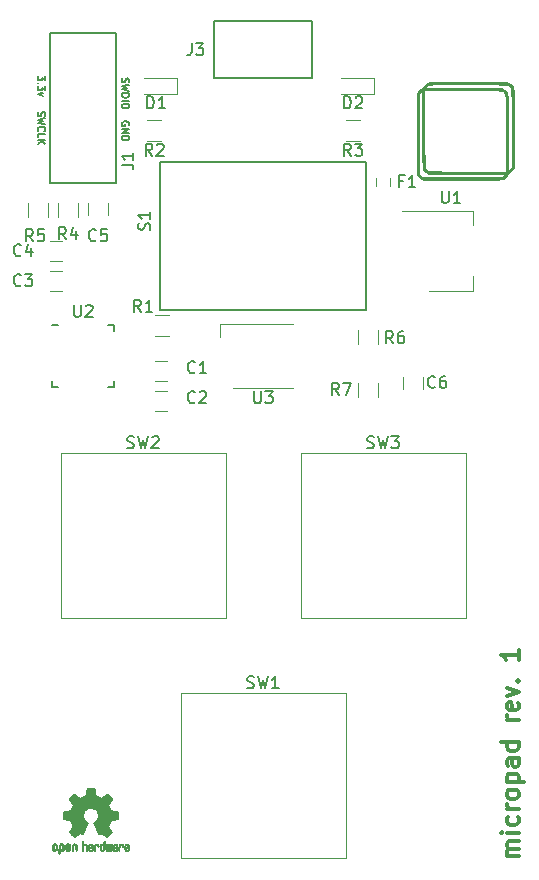
<source format=gbr>
%TF.GenerationSoftware,KiCad,Pcbnew,5.1.8-db9833491~88~ubuntu20.10.1*%
%TF.CreationDate,2020-11-26T22:30:36-06:00*%
%TF.ProjectId,micropad,6d696372-6f70-4616-942e-6b696361645f,rev?*%
%TF.SameCoordinates,Original*%
%TF.FileFunction,Legend,Top*%
%TF.FilePolarity,Positive*%
%FSLAX46Y46*%
G04 Gerber Fmt 4.6, Leading zero omitted, Abs format (unit mm)*
G04 Created by KiCad (PCBNEW 5.1.8-db9833491~88~ubuntu20.10.1) date 2020-11-26 22:30:36*
%MOMM*%
%LPD*%
G01*
G04 APERTURE LIST*
%ADD10C,0.300000*%
%ADD11C,0.150000*%
%ADD12C,0.010000*%
%ADD13C,0.120000*%
G04 APERTURE END LIST*
D10*
X74973571Y-93169285D02*
X73973571Y-93169285D01*
X74116428Y-93169285D02*
X74045000Y-93097857D01*
X73973571Y-92955000D01*
X73973571Y-92740714D01*
X74045000Y-92597857D01*
X74187857Y-92526428D01*
X74973571Y-92526428D01*
X74187857Y-92526428D02*
X74045000Y-92455000D01*
X73973571Y-92312142D01*
X73973571Y-92097857D01*
X74045000Y-91955000D01*
X74187857Y-91883571D01*
X74973571Y-91883571D01*
X74973571Y-91169285D02*
X73973571Y-91169285D01*
X73473571Y-91169285D02*
X73545000Y-91240714D01*
X73616428Y-91169285D01*
X73545000Y-91097857D01*
X73473571Y-91169285D01*
X73616428Y-91169285D01*
X74902142Y-89812142D02*
X74973571Y-89955000D01*
X74973571Y-90240714D01*
X74902142Y-90383571D01*
X74830714Y-90455000D01*
X74687857Y-90526428D01*
X74259285Y-90526428D01*
X74116428Y-90455000D01*
X74045000Y-90383571D01*
X73973571Y-90240714D01*
X73973571Y-89955000D01*
X74045000Y-89812142D01*
X74973571Y-89169285D02*
X73973571Y-89169285D01*
X74259285Y-89169285D02*
X74116428Y-89097857D01*
X74045000Y-89026428D01*
X73973571Y-88883571D01*
X73973571Y-88740714D01*
X74973571Y-88026428D02*
X74902142Y-88169285D01*
X74830714Y-88240714D01*
X74687857Y-88312142D01*
X74259285Y-88312142D01*
X74116428Y-88240714D01*
X74045000Y-88169285D01*
X73973571Y-88026428D01*
X73973571Y-87812142D01*
X74045000Y-87669285D01*
X74116428Y-87597857D01*
X74259285Y-87526428D01*
X74687857Y-87526428D01*
X74830714Y-87597857D01*
X74902142Y-87669285D01*
X74973571Y-87812142D01*
X74973571Y-88026428D01*
X73973571Y-86883571D02*
X75473571Y-86883571D01*
X74045000Y-86883571D02*
X73973571Y-86740714D01*
X73973571Y-86455000D01*
X74045000Y-86312142D01*
X74116428Y-86240714D01*
X74259285Y-86169285D01*
X74687857Y-86169285D01*
X74830714Y-86240714D01*
X74902142Y-86312142D01*
X74973571Y-86455000D01*
X74973571Y-86740714D01*
X74902142Y-86883571D01*
X74973571Y-84883571D02*
X74187857Y-84883571D01*
X74045000Y-84955000D01*
X73973571Y-85097857D01*
X73973571Y-85383571D01*
X74045000Y-85526428D01*
X74902142Y-84883571D02*
X74973571Y-85026428D01*
X74973571Y-85383571D01*
X74902142Y-85526428D01*
X74759285Y-85597857D01*
X74616428Y-85597857D01*
X74473571Y-85526428D01*
X74402142Y-85383571D01*
X74402142Y-85026428D01*
X74330714Y-84883571D01*
X74973571Y-83526428D02*
X73473571Y-83526428D01*
X74902142Y-83526428D02*
X74973571Y-83669285D01*
X74973571Y-83955000D01*
X74902142Y-84097857D01*
X74830714Y-84169285D01*
X74687857Y-84240714D01*
X74259285Y-84240714D01*
X74116428Y-84169285D01*
X74045000Y-84097857D01*
X73973571Y-83955000D01*
X73973571Y-83669285D01*
X74045000Y-83526428D01*
X74973571Y-81669285D02*
X73973571Y-81669285D01*
X74259285Y-81669285D02*
X74116428Y-81597857D01*
X74045000Y-81526428D01*
X73973571Y-81383571D01*
X73973571Y-81240714D01*
X74902142Y-80169285D02*
X74973571Y-80312142D01*
X74973571Y-80597857D01*
X74902142Y-80740714D01*
X74759285Y-80812142D01*
X74187857Y-80812142D01*
X74045000Y-80740714D01*
X73973571Y-80597857D01*
X73973571Y-80312142D01*
X74045000Y-80169285D01*
X74187857Y-80097857D01*
X74330714Y-80097857D01*
X74473571Y-80812142D01*
X73973571Y-79597857D02*
X74973571Y-79240714D01*
X73973571Y-78883571D01*
X74830714Y-78312142D02*
X74902142Y-78240714D01*
X74973571Y-78312142D01*
X74902142Y-78383571D01*
X74830714Y-78312142D01*
X74973571Y-78312142D01*
X74973571Y-75669285D02*
X74973571Y-76526428D01*
X74973571Y-76097857D02*
X73473571Y-76097857D01*
X73687857Y-76240714D01*
X73830714Y-76383571D01*
X73902142Y-76526428D01*
D11*
X41956000Y-31292857D02*
X41984571Y-31235714D01*
X41984571Y-31150000D01*
X41956000Y-31064285D01*
X41898857Y-31007142D01*
X41841714Y-30978571D01*
X41727428Y-30950000D01*
X41641714Y-30950000D01*
X41527428Y-30978571D01*
X41470285Y-31007142D01*
X41413142Y-31064285D01*
X41384571Y-31150000D01*
X41384571Y-31207142D01*
X41413142Y-31292857D01*
X41441714Y-31321428D01*
X41641714Y-31321428D01*
X41641714Y-31207142D01*
X41384571Y-31578571D02*
X41984571Y-31578571D01*
X41384571Y-31921428D01*
X41984571Y-31921428D01*
X41384571Y-32207142D02*
X41984571Y-32207142D01*
X41984571Y-32350000D01*
X41956000Y-32435714D01*
X41898857Y-32492857D01*
X41841714Y-32521428D01*
X41727428Y-32550000D01*
X41641714Y-32550000D01*
X41527428Y-32521428D01*
X41470285Y-32492857D01*
X41413142Y-32435714D01*
X41384571Y-32350000D01*
X41384571Y-32207142D01*
X41413142Y-27303571D02*
X41384571Y-27389285D01*
X41384571Y-27532142D01*
X41413142Y-27589285D01*
X41441714Y-27617857D01*
X41498857Y-27646428D01*
X41556000Y-27646428D01*
X41613142Y-27617857D01*
X41641714Y-27589285D01*
X41670285Y-27532142D01*
X41698857Y-27417857D01*
X41727428Y-27360714D01*
X41756000Y-27332142D01*
X41813142Y-27303571D01*
X41870285Y-27303571D01*
X41927428Y-27332142D01*
X41956000Y-27360714D01*
X41984571Y-27417857D01*
X41984571Y-27560714D01*
X41956000Y-27646428D01*
X41984571Y-27846428D02*
X41384571Y-27989285D01*
X41813142Y-28103571D01*
X41384571Y-28217857D01*
X41984571Y-28360714D01*
X41384571Y-28589285D02*
X41984571Y-28589285D01*
X41984571Y-28732142D01*
X41956000Y-28817857D01*
X41898857Y-28875000D01*
X41841714Y-28903571D01*
X41727428Y-28932142D01*
X41641714Y-28932142D01*
X41527428Y-28903571D01*
X41470285Y-28875000D01*
X41413142Y-28817857D01*
X41384571Y-28732142D01*
X41384571Y-28589285D01*
X41384571Y-29189285D02*
X41984571Y-29189285D01*
X41984571Y-29589285D02*
X41984571Y-29703571D01*
X41956000Y-29760714D01*
X41898857Y-29817857D01*
X41784571Y-29846428D01*
X41584571Y-29846428D01*
X41470285Y-29817857D01*
X41413142Y-29760714D01*
X41384571Y-29703571D01*
X41384571Y-29589285D01*
X41413142Y-29532142D01*
X41470285Y-29475000D01*
X41584571Y-29446428D01*
X41784571Y-29446428D01*
X41898857Y-29475000D01*
X41956000Y-29532142D01*
X41984571Y-29589285D01*
X34301142Y-30138857D02*
X34272571Y-30224571D01*
X34272571Y-30367428D01*
X34301142Y-30424571D01*
X34329714Y-30453142D01*
X34386857Y-30481714D01*
X34444000Y-30481714D01*
X34501142Y-30453142D01*
X34529714Y-30424571D01*
X34558285Y-30367428D01*
X34586857Y-30253142D01*
X34615428Y-30196000D01*
X34644000Y-30167428D01*
X34701142Y-30138857D01*
X34758285Y-30138857D01*
X34815428Y-30167428D01*
X34844000Y-30196000D01*
X34872571Y-30253142D01*
X34872571Y-30396000D01*
X34844000Y-30481714D01*
X34872571Y-30681714D02*
X34272571Y-30824571D01*
X34701142Y-30938857D01*
X34272571Y-31053142D01*
X34872571Y-31196000D01*
X34329714Y-31767428D02*
X34301142Y-31738857D01*
X34272571Y-31653142D01*
X34272571Y-31596000D01*
X34301142Y-31510285D01*
X34358285Y-31453142D01*
X34415428Y-31424571D01*
X34529714Y-31396000D01*
X34615428Y-31396000D01*
X34729714Y-31424571D01*
X34786857Y-31453142D01*
X34844000Y-31510285D01*
X34872571Y-31596000D01*
X34872571Y-31653142D01*
X34844000Y-31738857D01*
X34815428Y-31767428D01*
X34272571Y-32310285D02*
X34272571Y-32024571D01*
X34872571Y-32024571D01*
X34272571Y-32510285D02*
X34872571Y-32510285D01*
X34272571Y-32853142D02*
X34615428Y-32596000D01*
X34872571Y-32853142D02*
X34529714Y-32510285D01*
X34872571Y-27082857D02*
X34872571Y-27454285D01*
X34644000Y-27254285D01*
X34644000Y-27340000D01*
X34615428Y-27397142D01*
X34586857Y-27425714D01*
X34529714Y-27454285D01*
X34386857Y-27454285D01*
X34329714Y-27425714D01*
X34301142Y-27397142D01*
X34272571Y-27340000D01*
X34272571Y-27168571D01*
X34301142Y-27111428D01*
X34329714Y-27082857D01*
X34329714Y-27711428D02*
X34301142Y-27740000D01*
X34272571Y-27711428D01*
X34301142Y-27682857D01*
X34329714Y-27711428D01*
X34272571Y-27711428D01*
X34872571Y-27940000D02*
X34872571Y-28311428D01*
X34644000Y-28111428D01*
X34644000Y-28197142D01*
X34615428Y-28254285D01*
X34586857Y-28282857D01*
X34529714Y-28311428D01*
X34386857Y-28311428D01*
X34329714Y-28282857D01*
X34301142Y-28254285D01*
X34272571Y-28197142D01*
X34272571Y-28025714D01*
X34301142Y-27968571D01*
X34329714Y-27940000D01*
X34672571Y-28511428D02*
X34272571Y-28654285D01*
X34672571Y-28797142D01*
D12*
%TO.C,REF\u002A\u002A\u002A*%
G36*
X38838910Y-87412348D02*
G01*
X38917454Y-87412778D01*
X38974298Y-87413942D01*
X39013105Y-87416207D01*
X39037538Y-87419940D01*
X39051262Y-87425506D01*
X39057940Y-87433273D01*
X39061236Y-87443605D01*
X39061556Y-87444943D01*
X39066562Y-87469079D01*
X39075829Y-87516701D01*
X39088392Y-87582741D01*
X39103287Y-87662128D01*
X39119551Y-87749796D01*
X39120119Y-87752875D01*
X39136410Y-87838789D01*
X39151652Y-87914696D01*
X39164861Y-87976045D01*
X39175054Y-88018282D01*
X39181248Y-88036855D01*
X39181543Y-88037184D01*
X39199788Y-88046253D01*
X39237405Y-88061367D01*
X39286271Y-88079262D01*
X39286543Y-88079358D01*
X39348093Y-88102493D01*
X39420657Y-88131965D01*
X39489057Y-88161597D01*
X39492294Y-88163062D01*
X39603702Y-88213626D01*
X39850399Y-88045160D01*
X39926077Y-87993803D01*
X39994631Y-87947889D01*
X40052088Y-87910030D01*
X40094476Y-87882837D01*
X40117825Y-87868921D01*
X40120042Y-87867889D01*
X40137010Y-87872484D01*
X40168701Y-87894655D01*
X40216352Y-87935447D01*
X40281198Y-87995905D01*
X40347397Y-88060227D01*
X40411214Y-88123612D01*
X40468329Y-88181451D01*
X40515305Y-88230175D01*
X40548703Y-88266210D01*
X40565085Y-88285984D01*
X40565694Y-88287002D01*
X40567505Y-88300572D01*
X40560683Y-88322733D01*
X40543540Y-88356478D01*
X40514393Y-88404800D01*
X40471555Y-88470692D01*
X40414448Y-88555517D01*
X40363766Y-88630177D01*
X40318461Y-88697140D01*
X40281150Y-88752516D01*
X40254452Y-88792420D01*
X40240985Y-88812962D01*
X40240137Y-88814356D01*
X40241781Y-88834038D01*
X40254245Y-88872293D01*
X40275048Y-88921889D01*
X40282462Y-88937728D01*
X40314814Y-89008290D01*
X40349328Y-89088353D01*
X40377365Y-89157629D01*
X40397568Y-89209045D01*
X40413615Y-89248119D01*
X40422888Y-89268541D01*
X40424041Y-89270114D01*
X40441096Y-89272721D01*
X40481298Y-89279863D01*
X40539302Y-89290523D01*
X40609763Y-89303685D01*
X40687335Y-89318333D01*
X40766672Y-89333449D01*
X40842431Y-89348018D01*
X40909264Y-89361022D01*
X40961828Y-89371445D01*
X40994776Y-89378270D01*
X41002857Y-89380199D01*
X41011205Y-89384962D01*
X41017506Y-89395718D01*
X41022045Y-89416098D01*
X41025104Y-89449734D01*
X41026967Y-89500255D01*
X41027918Y-89571292D01*
X41028240Y-89666476D01*
X41028257Y-89705492D01*
X41028257Y-90022799D01*
X40952057Y-90037839D01*
X40909663Y-90045995D01*
X40846400Y-90057899D01*
X40769962Y-90072116D01*
X40688043Y-90087210D01*
X40665400Y-90091355D01*
X40589806Y-90106053D01*
X40523953Y-90120505D01*
X40473366Y-90133375D01*
X40443574Y-90143322D01*
X40438612Y-90146287D01*
X40426426Y-90167283D01*
X40408953Y-90207967D01*
X40389577Y-90260322D01*
X40385734Y-90271600D01*
X40360339Y-90341523D01*
X40328817Y-90420418D01*
X40297969Y-90491266D01*
X40297817Y-90491595D01*
X40246447Y-90602733D01*
X40415399Y-90851253D01*
X40584352Y-91099772D01*
X40367429Y-91317058D01*
X40301819Y-91381726D01*
X40241979Y-91438733D01*
X40191267Y-91485033D01*
X40153046Y-91517584D01*
X40130675Y-91533343D01*
X40127466Y-91534343D01*
X40108626Y-91526469D01*
X40070180Y-91504578D01*
X40016330Y-91471267D01*
X39951276Y-91429131D01*
X39880940Y-91381943D01*
X39809555Y-91333810D01*
X39745908Y-91291928D01*
X39694041Y-91258871D01*
X39657995Y-91237218D01*
X39641867Y-91229543D01*
X39622189Y-91236037D01*
X39584875Y-91253150D01*
X39537621Y-91277326D01*
X39532612Y-91280013D01*
X39468977Y-91311927D01*
X39425341Y-91327579D01*
X39398202Y-91327745D01*
X39384057Y-91313204D01*
X39383975Y-91313000D01*
X39376905Y-91295779D01*
X39360042Y-91254899D01*
X39334695Y-91193525D01*
X39302171Y-91114819D01*
X39263778Y-91021947D01*
X39220822Y-90918072D01*
X39179222Y-90817502D01*
X39133504Y-90706516D01*
X39091526Y-90603703D01*
X39054548Y-90512215D01*
X39023827Y-90435201D01*
X39000622Y-90375815D01*
X38986190Y-90337209D01*
X38981743Y-90322800D01*
X38992896Y-90306272D01*
X39022069Y-90279930D01*
X39060971Y-90250887D01*
X39171757Y-90159039D01*
X39258351Y-90053759D01*
X39319716Y-89937266D01*
X39354815Y-89811776D01*
X39362608Y-89679507D01*
X39356943Y-89618457D01*
X39326078Y-89491795D01*
X39272920Y-89379941D01*
X39200767Y-89284001D01*
X39112917Y-89205076D01*
X39012665Y-89144270D01*
X38903310Y-89102687D01*
X38788147Y-89081428D01*
X38670475Y-89081599D01*
X38553590Y-89104301D01*
X38440789Y-89150638D01*
X38335369Y-89221713D01*
X38291368Y-89261911D01*
X38206979Y-89365129D01*
X38148222Y-89477925D01*
X38114704Y-89597010D01*
X38106035Y-89719095D01*
X38121823Y-89840893D01*
X38161678Y-89959116D01*
X38225207Y-90070475D01*
X38312021Y-90171684D01*
X38409029Y-90250887D01*
X38449437Y-90281162D01*
X38477982Y-90307219D01*
X38488257Y-90322825D01*
X38482877Y-90339843D01*
X38467575Y-90380500D01*
X38443612Y-90441642D01*
X38412244Y-90520119D01*
X38374732Y-90612780D01*
X38332333Y-90716472D01*
X38290663Y-90817526D01*
X38244690Y-90928607D01*
X38202107Y-91031541D01*
X38164221Y-91123165D01*
X38132340Y-91200316D01*
X38107771Y-91259831D01*
X38091820Y-91298544D01*
X38085910Y-91313000D01*
X38071948Y-91327685D01*
X38044940Y-91327642D01*
X38001413Y-91312099D01*
X37937890Y-91280284D01*
X37937388Y-91280013D01*
X37889560Y-91255323D01*
X37850897Y-91237338D01*
X37829095Y-91229614D01*
X37828133Y-91229543D01*
X37811721Y-91237378D01*
X37775487Y-91259165D01*
X37723474Y-91292328D01*
X37659725Y-91334291D01*
X37589060Y-91381943D01*
X37517116Y-91430191D01*
X37452274Y-91472151D01*
X37398735Y-91505227D01*
X37360697Y-91526821D01*
X37342533Y-91534343D01*
X37325808Y-91524457D01*
X37292180Y-91496826D01*
X37245010Y-91454495D01*
X37187658Y-91400505D01*
X37123484Y-91337899D01*
X37102497Y-91316983D01*
X36885499Y-91099623D01*
X37050668Y-90857220D01*
X37100864Y-90782781D01*
X37144919Y-90715972D01*
X37180362Y-90660665D01*
X37204719Y-90620729D01*
X37215522Y-90600036D01*
X37215838Y-90598563D01*
X37210143Y-90579058D01*
X37194826Y-90539822D01*
X37172537Y-90487430D01*
X37156893Y-90452355D01*
X37127641Y-90385201D01*
X37100094Y-90317358D01*
X37078737Y-90260034D01*
X37072935Y-90242572D01*
X37056452Y-90195938D01*
X37040340Y-90159905D01*
X37031490Y-90146287D01*
X37011960Y-90137952D01*
X36969334Y-90126137D01*
X36909145Y-90112181D01*
X36836922Y-90097422D01*
X36804600Y-90091355D01*
X36722522Y-90076273D01*
X36643795Y-90061669D01*
X36576109Y-90048980D01*
X36527160Y-90039642D01*
X36517943Y-90037839D01*
X36441743Y-90022799D01*
X36441743Y-89705492D01*
X36441914Y-89601154D01*
X36442616Y-89522213D01*
X36444134Y-89465038D01*
X36446749Y-89425999D01*
X36450746Y-89401465D01*
X36456409Y-89387805D01*
X36464020Y-89381389D01*
X36467143Y-89380199D01*
X36485978Y-89375980D01*
X36527588Y-89367562D01*
X36586630Y-89355961D01*
X36657757Y-89342195D01*
X36735625Y-89327280D01*
X36814887Y-89312232D01*
X36890198Y-89298069D01*
X36956213Y-89285806D01*
X37007587Y-89276461D01*
X37038975Y-89271050D01*
X37045959Y-89270114D01*
X37052285Y-89257596D01*
X37066290Y-89224246D01*
X37085355Y-89176377D01*
X37092634Y-89157629D01*
X37121996Y-89085195D01*
X37156571Y-89005170D01*
X37187537Y-88937728D01*
X37210323Y-88886159D01*
X37225482Y-88843785D01*
X37230542Y-88817834D01*
X37229736Y-88814356D01*
X37219041Y-88797936D01*
X37194620Y-88761417D01*
X37159095Y-88708687D01*
X37115087Y-88643635D01*
X37065217Y-88570151D01*
X37055356Y-88555645D01*
X36997492Y-88469704D01*
X36954956Y-88404261D01*
X36926054Y-88356304D01*
X36909090Y-88322820D01*
X36902367Y-88300795D01*
X36904190Y-88287217D01*
X36904236Y-88287131D01*
X36918586Y-88269297D01*
X36950323Y-88234817D01*
X36996010Y-88187268D01*
X37052204Y-88130222D01*
X37115468Y-88067255D01*
X37122602Y-88060227D01*
X37202330Y-87983020D01*
X37263857Y-87926330D01*
X37308421Y-87889110D01*
X37337257Y-87870315D01*
X37349958Y-87867889D01*
X37368494Y-87878471D01*
X37406961Y-87902916D01*
X37461386Y-87938612D01*
X37527798Y-87982947D01*
X37602225Y-88033311D01*
X37619601Y-88045160D01*
X37866297Y-88213626D01*
X37977706Y-88163062D01*
X38045457Y-88133595D01*
X38118183Y-88103959D01*
X38180703Y-88080330D01*
X38183457Y-88079358D01*
X38232360Y-88061457D01*
X38270057Y-88046320D01*
X38288425Y-88037210D01*
X38288456Y-88037184D01*
X38294285Y-88020717D01*
X38304192Y-87980219D01*
X38317195Y-87920242D01*
X38332309Y-87845340D01*
X38348552Y-87760064D01*
X38349881Y-87752875D01*
X38366175Y-87665014D01*
X38381133Y-87585260D01*
X38393791Y-87518681D01*
X38403186Y-87470347D01*
X38408354Y-87445325D01*
X38408444Y-87444943D01*
X38411589Y-87434299D01*
X38417704Y-87426262D01*
X38430453Y-87420467D01*
X38453500Y-87416547D01*
X38490509Y-87414135D01*
X38545144Y-87412865D01*
X38621067Y-87412371D01*
X38721944Y-87412286D01*
X38735000Y-87412286D01*
X38838910Y-87412348D01*
G37*
X38838910Y-87412348D02*
X38917454Y-87412778D01*
X38974298Y-87413942D01*
X39013105Y-87416207D01*
X39037538Y-87419940D01*
X39051262Y-87425506D01*
X39057940Y-87433273D01*
X39061236Y-87443605D01*
X39061556Y-87444943D01*
X39066562Y-87469079D01*
X39075829Y-87516701D01*
X39088392Y-87582741D01*
X39103287Y-87662128D01*
X39119551Y-87749796D01*
X39120119Y-87752875D01*
X39136410Y-87838789D01*
X39151652Y-87914696D01*
X39164861Y-87976045D01*
X39175054Y-88018282D01*
X39181248Y-88036855D01*
X39181543Y-88037184D01*
X39199788Y-88046253D01*
X39237405Y-88061367D01*
X39286271Y-88079262D01*
X39286543Y-88079358D01*
X39348093Y-88102493D01*
X39420657Y-88131965D01*
X39489057Y-88161597D01*
X39492294Y-88163062D01*
X39603702Y-88213626D01*
X39850399Y-88045160D01*
X39926077Y-87993803D01*
X39994631Y-87947889D01*
X40052088Y-87910030D01*
X40094476Y-87882837D01*
X40117825Y-87868921D01*
X40120042Y-87867889D01*
X40137010Y-87872484D01*
X40168701Y-87894655D01*
X40216352Y-87935447D01*
X40281198Y-87995905D01*
X40347397Y-88060227D01*
X40411214Y-88123612D01*
X40468329Y-88181451D01*
X40515305Y-88230175D01*
X40548703Y-88266210D01*
X40565085Y-88285984D01*
X40565694Y-88287002D01*
X40567505Y-88300572D01*
X40560683Y-88322733D01*
X40543540Y-88356478D01*
X40514393Y-88404800D01*
X40471555Y-88470692D01*
X40414448Y-88555517D01*
X40363766Y-88630177D01*
X40318461Y-88697140D01*
X40281150Y-88752516D01*
X40254452Y-88792420D01*
X40240985Y-88812962D01*
X40240137Y-88814356D01*
X40241781Y-88834038D01*
X40254245Y-88872293D01*
X40275048Y-88921889D01*
X40282462Y-88937728D01*
X40314814Y-89008290D01*
X40349328Y-89088353D01*
X40377365Y-89157629D01*
X40397568Y-89209045D01*
X40413615Y-89248119D01*
X40422888Y-89268541D01*
X40424041Y-89270114D01*
X40441096Y-89272721D01*
X40481298Y-89279863D01*
X40539302Y-89290523D01*
X40609763Y-89303685D01*
X40687335Y-89318333D01*
X40766672Y-89333449D01*
X40842431Y-89348018D01*
X40909264Y-89361022D01*
X40961828Y-89371445D01*
X40994776Y-89378270D01*
X41002857Y-89380199D01*
X41011205Y-89384962D01*
X41017506Y-89395718D01*
X41022045Y-89416098D01*
X41025104Y-89449734D01*
X41026967Y-89500255D01*
X41027918Y-89571292D01*
X41028240Y-89666476D01*
X41028257Y-89705492D01*
X41028257Y-90022799D01*
X40952057Y-90037839D01*
X40909663Y-90045995D01*
X40846400Y-90057899D01*
X40769962Y-90072116D01*
X40688043Y-90087210D01*
X40665400Y-90091355D01*
X40589806Y-90106053D01*
X40523953Y-90120505D01*
X40473366Y-90133375D01*
X40443574Y-90143322D01*
X40438612Y-90146287D01*
X40426426Y-90167283D01*
X40408953Y-90207967D01*
X40389577Y-90260322D01*
X40385734Y-90271600D01*
X40360339Y-90341523D01*
X40328817Y-90420418D01*
X40297969Y-90491266D01*
X40297817Y-90491595D01*
X40246447Y-90602733D01*
X40415399Y-90851253D01*
X40584352Y-91099772D01*
X40367429Y-91317058D01*
X40301819Y-91381726D01*
X40241979Y-91438733D01*
X40191267Y-91485033D01*
X40153046Y-91517584D01*
X40130675Y-91533343D01*
X40127466Y-91534343D01*
X40108626Y-91526469D01*
X40070180Y-91504578D01*
X40016330Y-91471267D01*
X39951276Y-91429131D01*
X39880940Y-91381943D01*
X39809555Y-91333810D01*
X39745908Y-91291928D01*
X39694041Y-91258871D01*
X39657995Y-91237218D01*
X39641867Y-91229543D01*
X39622189Y-91236037D01*
X39584875Y-91253150D01*
X39537621Y-91277326D01*
X39532612Y-91280013D01*
X39468977Y-91311927D01*
X39425341Y-91327579D01*
X39398202Y-91327745D01*
X39384057Y-91313204D01*
X39383975Y-91313000D01*
X39376905Y-91295779D01*
X39360042Y-91254899D01*
X39334695Y-91193525D01*
X39302171Y-91114819D01*
X39263778Y-91021947D01*
X39220822Y-90918072D01*
X39179222Y-90817502D01*
X39133504Y-90706516D01*
X39091526Y-90603703D01*
X39054548Y-90512215D01*
X39023827Y-90435201D01*
X39000622Y-90375815D01*
X38986190Y-90337209D01*
X38981743Y-90322800D01*
X38992896Y-90306272D01*
X39022069Y-90279930D01*
X39060971Y-90250887D01*
X39171757Y-90159039D01*
X39258351Y-90053759D01*
X39319716Y-89937266D01*
X39354815Y-89811776D01*
X39362608Y-89679507D01*
X39356943Y-89618457D01*
X39326078Y-89491795D01*
X39272920Y-89379941D01*
X39200767Y-89284001D01*
X39112917Y-89205076D01*
X39012665Y-89144270D01*
X38903310Y-89102687D01*
X38788147Y-89081428D01*
X38670475Y-89081599D01*
X38553590Y-89104301D01*
X38440789Y-89150638D01*
X38335369Y-89221713D01*
X38291368Y-89261911D01*
X38206979Y-89365129D01*
X38148222Y-89477925D01*
X38114704Y-89597010D01*
X38106035Y-89719095D01*
X38121823Y-89840893D01*
X38161678Y-89959116D01*
X38225207Y-90070475D01*
X38312021Y-90171684D01*
X38409029Y-90250887D01*
X38449437Y-90281162D01*
X38477982Y-90307219D01*
X38488257Y-90322825D01*
X38482877Y-90339843D01*
X38467575Y-90380500D01*
X38443612Y-90441642D01*
X38412244Y-90520119D01*
X38374732Y-90612780D01*
X38332333Y-90716472D01*
X38290663Y-90817526D01*
X38244690Y-90928607D01*
X38202107Y-91031541D01*
X38164221Y-91123165D01*
X38132340Y-91200316D01*
X38107771Y-91259831D01*
X38091820Y-91298544D01*
X38085910Y-91313000D01*
X38071948Y-91327685D01*
X38044940Y-91327642D01*
X38001413Y-91312099D01*
X37937890Y-91280284D01*
X37937388Y-91280013D01*
X37889560Y-91255323D01*
X37850897Y-91237338D01*
X37829095Y-91229614D01*
X37828133Y-91229543D01*
X37811721Y-91237378D01*
X37775487Y-91259165D01*
X37723474Y-91292328D01*
X37659725Y-91334291D01*
X37589060Y-91381943D01*
X37517116Y-91430191D01*
X37452274Y-91472151D01*
X37398735Y-91505227D01*
X37360697Y-91526821D01*
X37342533Y-91534343D01*
X37325808Y-91524457D01*
X37292180Y-91496826D01*
X37245010Y-91454495D01*
X37187658Y-91400505D01*
X37123484Y-91337899D01*
X37102497Y-91316983D01*
X36885499Y-91099623D01*
X37050668Y-90857220D01*
X37100864Y-90782781D01*
X37144919Y-90715972D01*
X37180362Y-90660665D01*
X37204719Y-90620729D01*
X37215522Y-90600036D01*
X37215838Y-90598563D01*
X37210143Y-90579058D01*
X37194826Y-90539822D01*
X37172537Y-90487430D01*
X37156893Y-90452355D01*
X37127641Y-90385201D01*
X37100094Y-90317358D01*
X37078737Y-90260034D01*
X37072935Y-90242572D01*
X37056452Y-90195938D01*
X37040340Y-90159905D01*
X37031490Y-90146287D01*
X37011960Y-90137952D01*
X36969334Y-90126137D01*
X36909145Y-90112181D01*
X36836922Y-90097422D01*
X36804600Y-90091355D01*
X36722522Y-90076273D01*
X36643795Y-90061669D01*
X36576109Y-90048980D01*
X36527160Y-90039642D01*
X36517943Y-90037839D01*
X36441743Y-90022799D01*
X36441743Y-89705492D01*
X36441914Y-89601154D01*
X36442616Y-89522213D01*
X36444134Y-89465038D01*
X36446749Y-89425999D01*
X36450746Y-89401465D01*
X36456409Y-89387805D01*
X36464020Y-89381389D01*
X36467143Y-89380199D01*
X36485978Y-89375980D01*
X36527588Y-89367562D01*
X36586630Y-89355961D01*
X36657757Y-89342195D01*
X36735625Y-89327280D01*
X36814887Y-89312232D01*
X36890198Y-89298069D01*
X36956213Y-89285806D01*
X37007587Y-89276461D01*
X37038975Y-89271050D01*
X37045959Y-89270114D01*
X37052285Y-89257596D01*
X37066290Y-89224246D01*
X37085355Y-89176377D01*
X37092634Y-89157629D01*
X37121996Y-89085195D01*
X37156571Y-89005170D01*
X37187537Y-88937728D01*
X37210323Y-88886159D01*
X37225482Y-88843785D01*
X37230542Y-88817834D01*
X37229736Y-88814356D01*
X37219041Y-88797936D01*
X37194620Y-88761417D01*
X37159095Y-88708687D01*
X37115087Y-88643635D01*
X37065217Y-88570151D01*
X37055356Y-88555645D01*
X36997492Y-88469704D01*
X36954956Y-88404261D01*
X36926054Y-88356304D01*
X36909090Y-88322820D01*
X36902367Y-88300795D01*
X36904190Y-88287217D01*
X36904236Y-88287131D01*
X36918586Y-88269297D01*
X36950323Y-88234817D01*
X36996010Y-88187268D01*
X37052204Y-88130222D01*
X37115468Y-88067255D01*
X37122602Y-88060227D01*
X37202330Y-87983020D01*
X37263857Y-87926330D01*
X37308421Y-87889110D01*
X37337257Y-87870315D01*
X37349958Y-87867889D01*
X37368494Y-87878471D01*
X37406961Y-87902916D01*
X37461386Y-87938612D01*
X37527798Y-87982947D01*
X37602225Y-88033311D01*
X37619601Y-88045160D01*
X37866297Y-88213626D01*
X37977706Y-88163062D01*
X38045457Y-88133595D01*
X38118183Y-88103959D01*
X38180703Y-88080330D01*
X38183457Y-88079358D01*
X38232360Y-88061457D01*
X38270057Y-88046320D01*
X38288425Y-88037210D01*
X38288456Y-88037184D01*
X38294285Y-88020717D01*
X38304192Y-87980219D01*
X38317195Y-87920242D01*
X38332309Y-87845340D01*
X38348552Y-87760064D01*
X38349881Y-87752875D01*
X38366175Y-87665014D01*
X38381133Y-87585260D01*
X38393791Y-87518681D01*
X38403186Y-87470347D01*
X38408354Y-87445325D01*
X38408444Y-87444943D01*
X38411589Y-87434299D01*
X38417704Y-87426262D01*
X38430453Y-87420467D01*
X38453500Y-87416547D01*
X38490509Y-87414135D01*
X38545144Y-87412865D01*
X38621067Y-87412371D01*
X38721944Y-87412286D01*
X38735000Y-87412286D01*
X38838910Y-87412348D01*
G36*
X41888595Y-92136966D02*
G01*
X41946021Y-92174497D01*
X41973719Y-92208096D01*
X41995662Y-92269064D01*
X41997405Y-92317308D01*
X41993457Y-92381816D01*
X41844686Y-92446934D01*
X41772349Y-92480202D01*
X41725084Y-92506964D01*
X41700507Y-92530144D01*
X41696237Y-92552667D01*
X41709889Y-92577455D01*
X41724943Y-92593886D01*
X41768746Y-92620235D01*
X41816389Y-92622081D01*
X41860145Y-92601546D01*
X41892289Y-92560752D01*
X41898038Y-92546347D01*
X41925576Y-92501356D01*
X41957258Y-92482182D01*
X42000714Y-92465779D01*
X42000714Y-92527966D01*
X41996872Y-92570283D01*
X41981823Y-92605969D01*
X41950280Y-92646943D01*
X41945592Y-92652267D01*
X41910506Y-92688720D01*
X41880347Y-92708283D01*
X41842615Y-92717283D01*
X41811335Y-92720230D01*
X41755385Y-92720965D01*
X41715555Y-92711660D01*
X41690708Y-92697846D01*
X41651656Y-92667467D01*
X41624625Y-92634613D01*
X41607517Y-92593294D01*
X41598238Y-92537521D01*
X41594693Y-92461305D01*
X41594410Y-92422622D01*
X41595372Y-92376247D01*
X41683007Y-92376247D01*
X41684023Y-92401126D01*
X41686556Y-92405200D01*
X41703274Y-92399665D01*
X41739249Y-92385017D01*
X41787331Y-92364190D01*
X41797386Y-92359714D01*
X41858152Y-92328814D01*
X41891632Y-92301657D01*
X41898990Y-92276220D01*
X41881391Y-92250481D01*
X41866856Y-92239109D01*
X41814410Y-92216364D01*
X41765322Y-92220122D01*
X41724227Y-92247884D01*
X41695758Y-92297152D01*
X41686631Y-92336257D01*
X41683007Y-92376247D01*
X41595372Y-92376247D01*
X41596285Y-92332249D01*
X41603196Y-92265384D01*
X41616884Y-92216695D01*
X41639096Y-92180849D01*
X41671574Y-92152513D01*
X41685733Y-92143355D01*
X41750053Y-92119507D01*
X41820473Y-92118006D01*
X41888595Y-92136966D01*
G37*
X41888595Y-92136966D02*
X41946021Y-92174497D01*
X41973719Y-92208096D01*
X41995662Y-92269064D01*
X41997405Y-92317308D01*
X41993457Y-92381816D01*
X41844686Y-92446934D01*
X41772349Y-92480202D01*
X41725084Y-92506964D01*
X41700507Y-92530144D01*
X41696237Y-92552667D01*
X41709889Y-92577455D01*
X41724943Y-92593886D01*
X41768746Y-92620235D01*
X41816389Y-92622081D01*
X41860145Y-92601546D01*
X41892289Y-92560752D01*
X41898038Y-92546347D01*
X41925576Y-92501356D01*
X41957258Y-92482182D01*
X42000714Y-92465779D01*
X42000714Y-92527966D01*
X41996872Y-92570283D01*
X41981823Y-92605969D01*
X41950280Y-92646943D01*
X41945592Y-92652267D01*
X41910506Y-92688720D01*
X41880347Y-92708283D01*
X41842615Y-92717283D01*
X41811335Y-92720230D01*
X41755385Y-92720965D01*
X41715555Y-92711660D01*
X41690708Y-92697846D01*
X41651656Y-92667467D01*
X41624625Y-92634613D01*
X41607517Y-92593294D01*
X41598238Y-92537521D01*
X41594693Y-92461305D01*
X41594410Y-92422622D01*
X41595372Y-92376247D01*
X41683007Y-92376247D01*
X41684023Y-92401126D01*
X41686556Y-92405200D01*
X41703274Y-92399665D01*
X41739249Y-92385017D01*
X41787331Y-92364190D01*
X41797386Y-92359714D01*
X41858152Y-92328814D01*
X41891632Y-92301657D01*
X41898990Y-92276220D01*
X41881391Y-92250481D01*
X41866856Y-92239109D01*
X41814410Y-92216364D01*
X41765322Y-92220122D01*
X41724227Y-92247884D01*
X41695758Y-92297152D01*
X41686631Y-92336257D01*
X41683007Y-92376247D01*
X41595372Y-92376247D01*
X41596285Y-92332249D01*
X41603196Y-92265384D01*
X41616884Y-92216695D01*
X41639096Y-92180849D01*
X41671574Y-92152513D01*
X41685733Y-92143355D01*
X41750053Y-92119507D01*
X41820473Y-92118006D01*
X41888595Y-92136966D01*
G36*
X41387600Y-92128752D02*
G01*
X41404948Y-92136334D01*
X41446356Y-92169128D01*
X41481765Y-92216547D01*
X41503664Y-92267151D01*
X41507229Y-92292098D01*
X41495279Y-92326927D01*
X41469067Y-92345357D01*
X41440964Y-92356516D01*
X41428095Y-92358572D01*
X41421829Y-92343649D01*
X41409456Y-92311175D01*
X41404028Y-92296502D01*
X41373590Y-92245744D01*
X41329520Y-92220427D01*
X41273010Y-92221206D01*
X41268825Y-92222203D01*
X41238655Y-92236507D01*
X41216476Y-92264393D01*
X41201327Y-92309287D01*
X41192250Y-92374615D01*
X41188286Y-92463804D01*
X41187914Y-92511261D01*
X41187730Y-92586071D01*
X41186522Y-92637069D01*
X41183309Y-92669471D01*
X41177109Y-92688495D01*
X41166940Y-92699356D01*
X41151819Y-92707272D01*
X41150946Y-92707670D01*
X41121828Y-92719981D01*
X41107403Y-92724514D01*
X41105186Y-92710809D01*
X41103289Y-92672925D01*
X41101847Y-92615715D01*
X41100998Y-92544027D01*
X41100829Y-92491565D01*
X41101692Y-92390047D01*
X41105070Y-92313032D01*
X41112142Y-92256023D01*
X41124088Y-92214526D01*
X41142090Y-92184043D01*
X41167327Y-92160080D01*
X41192247Y-92143355D01*
X41252171Y-92121097D01*
X41321911Y-92116076D01*
X41387600Y-92128752D01*
G37*
X41387600Y-92128752D02*
X41404948Y-92136334D01*
X41446356Y-92169128D01*
X41481765Y-92216547D01*
X41503664Y-92267151D01*
X41507229Y-92292098D01*
X41495279Y-92326927D01*
X41469067Y-92345357D01*
X41440964Y-92356516D01*
X41428095Y-92358572D01*
X41421829Y-92343649D01*
X41409456Y-92311175D01*
X41404028Y-92296502D01*
X41373590Y-92245744D01*
X41329520Y-92220427D01*
X41273010Y-92221206D01*
X41268825Y-92222203D01*
X41238655Y-92236507D01*
X41216476Y-92264393D01*
X41201327Y-92309287D01*
X41192250Y-92374615D01*
X41188286Y-92463804D01*
X41187914Y-92511261D01*
X41187730Y-92586071D01*
X41186522Y-92637069D01*
X41183309Y-92669471D01*
X41177109Y-92688495D01*
X41166940Y-92699356D01*
X41151819Y-92707272D01*
X41150946Y-92707670D01*
X41121828Y-92719981D01*
X41107403Y-92724514D01*
X41105186Y-92710809D01*
X41103289Y-92672925D01*
X41101847Y-92615715D01*
X41100998Y-92544027D01*
X41100829Y-92491565D01*
X41101692Y-92390047D01*
X41105070Y-92313032D01*
X41112142Y-92256023D01*
X41124088Y-92214526D01*
X41142090Y-92184043D01*
X41167327Y-92160080D01*
X41192247Y-92143355D01*
X41252171Y-92121097D01*
X41321911Y-92116076D01*
X41387600Y-92128752D01*
G36*
X40879876Y-92126335D02*
G01*
X40921667Y-92145344D01*
X40954469Y-92168378D01*
X40978503Y-92194133D01*
X40995097Y-92227358D01*
X41005577Y-92272800D01*
X41011271Y-92335207D01*
X41013507Y-92419327D01*
X41013743Y-92474721D01*
X41013743Y-92690826D01*
X40976774Y-92707670D01*
X40947656Y-92719981D01*
X40933231Y-92724514D01*
X40930472Y-92711025D01*
X40928282Y-92674653D01*
X40926942Y-92621542D01*
X40926657Y-92579372D01*
X40925434Y-92518447D01*
X40922136Y-92470115D01*
X40917321Y-92440518D01*
X40913496Y-92434229D01*
X40887783Y-92440652D01*
X40847418Y-92457125D01*
X40800679Y-92479458D01*
X40755845Y-92503457D01*
X40721193Y-92524930D01*
X40705002Y-92539685D01*
X40704938Y-92539845D01*
X40706330Y-92567152D01*
X40718818Y-92593219D01*
X40740743Y-92614392D01*
X40772743Y-92621474D01*
X40800092Y-92620649D01*
X40838826Y-92620042D01*
X40859158Y-92629116D01*
X40871369Y-92653092D01*
X40872909Y-92657613D01*
X40878203Y-92691806D01*
X40864047Y-92712568D01*
X40827148Y-92722462D01*
X40787289Y-92724292D01*
X40715562Y-92710727D01*
X40678432Y-92691355D01*
X40632576Y-92645845D01*
X40608256Y-92589983D01*
X40606073Y-92530957D01*
X40626629Y-92475953D01*
X40657549Y-92441486D01*
X40688420Y-92422189D01*
X40736942Y-92397759D01*
X40793485Y-92372985D01*
X40802910Y-92369199D01*
X40865019Y-92341791D01*
X40900822Y-92317634D01*
X40912337Y-92293619D01*
X40901580Y-92266635D01*
X40883114Y-92245543D01*
X40839469Y-92219572D01*
X40791446Y-92217624D01*
X40747406Y-92237637D01*
X40715709Y-92277551D01*
X40711549Y-92287848D01*
X40687327Y-92325724D01*
X40651965Y-92353842D01*
X40607343Y-92376917D01*
X40607343Y-92311485D01*
X40609969Y-92271506D01*
X40621230Y-92239997D01*
X40646199Y-92206378D01*
X40670169Y-92180484D01*
X40707441Y-92143817D01*
X40736401Y-92124121D01*
X40767505Y-92116220D01*
X40802713Y-92114914D01*
X40879876Y-92126335D01*
G37*
X40879876Y-92126335D02*
X40921667Y-92145344D01*
X40954469Y-92168378D01*
X40978503Y-92194133D01*
X40995097Y-92227358D01*
X41005577Y-92272800D01*
X41011271Y-92335207D01*
X41013507Y-92419327D01*
X41013743Y-92474721D01*
X41013743Y-92690826D01*
X40976774Y-92707670D01*
X40947656Y-92719981D01*
X40933231Y-92724514D01*
X40930472Y-92711025D01*
X40928282Y-92674653D01*
X40926942Y-92621542D01*
X40926657Y-92579372D01*
X40925434Y-92518447D01*
X40922136Y-92470115D01*
X40917321Y-92440518D01*
X40913496Y-92434229D01*
X40887783Y-92440652D01*
X40847418Y-92457125D01*
X40800679Y-92479458D01*
X40755845Y-92503457D01*
X40721193Y-92524930D01*
X40705002Y-92539685D01*
X40704938Y-92539845D01*
X40706330Y-92567152D01*
X40718818Y-92593219D01*
X40740743Y-92614392D01*
X40772743Y-92621474D01*
X40800092Y-92620649D01*
X40838826Y-92620042D01*
X40859158Y-92629116D01*
X40871369Y-92653092D01*
X40872909Y-92657613D01*
X40878203Y-92691806D01*
X40864047Y-92712568D01*
X40827148Y-92722462D01*
X40787289Y-92724292D01*
X40715562Y-92710727D01*
X40678432Y-92691355D01*
X40632576Y-92645845D01*
X40608256Y-92589983D01*
X40606073Y-92530957D01*
X40626629Y-92475953D01*
X40657549Y-92441486D01*
X40688420Y-92422189D01*
X40736942Y-92397759D01*
X40793485Y-92372985D01*
X40802910Y-92369199D01*
X40865019Y-92341791D01*
X40900822Y-92317634D01*
X40912337Y-92293619D01*
X40901580Y-92266635D01*
X40883114Y-92245543D01*
X40839469Y-92219572D01*
X40791446Y-92217624D01*
X40747406Y-92237637D01*
X40715709Y-92277551D01*
X40711549Y-92287848D01*
X40687327Y-92325724D01*
X40651965Y-92353842D01*
X40607343Y-92376917D01*
X40607343Y-92311485D01*
X40609969Y-92271506D01*
X40621230Y-92239997D01*
X40646199Y-92206378D01*
X40670169Y-92180484D01*
X40707441Y-92143817D01*
X40736401Y-92124121D01*
X40767505Y-92116220D01*
X40802713Y-92114914D01*
X40879876Y-92126335D01*
G36*
X40514833Y-92128663D02*
G01*
X40517048Y-92166850D01*
X40518784Y-92224886D01*
X40519899Y-92298180D01*
X40520257Y-92375055D01*
X40520257Y-92635196D01*
X40474326Y-92681127D01*
X40442675Y-92709429D01*
X40414890Y-92720893D01*
X40376915Y-92720168D01*
X40361840Y-92718321D01*
X40314726Y-92712948D01*
X40275756Y-92709869D01*
X40266257Y-92709585D01*
X40234233Y-92711445D01*
X40188432Y-92716114D01*
X40170674Y-92718321D01*
X40127057Y-92721735D01*
X40097745Y-92714320D01*
X40068680Y-92691427D01*
X40058188Y-92681127D01*
X40012257Y-92635196D01*
X40012257Y-92148602D01*
X40049226Y-92131758D01*
X40081059Y-92119282D01*
X40099683Y-92114914D01*
X40104458Y-92128718D01*
X40108921Y-92167286D01*
X40112775Y-92226356D01*
X40115722Y-92301663D01*
X40117143Y-92365286D01*
X40121114Y-92615657D01*
X40155759Y-92620556D01*
X40187268Y-92617131D01*
X40202708Y-92606041D01*
X40207023Y-92585308D01*
X40210708Y-92541145D01*
X40213469Y-92479146D01*
X40215012Y-92404909D01*
X40215235Y-92366706D01*
X40215457Y-92146783D01*
X40261166Y-92130849D01*
X40293518Y-92120015D01*
X40311115Y-92114962D01*
X40311623Y-92114914D01*
X40313388Y-92128648D01*
X40315329Y-92166730D01*
X40317282Y-92224482D01*
X40319084Y-92297227D01*
X40320343Y-92365286D01*
X40324314Y-92615657D01*
X40411400Y-92615657D01*
X40415396Y-92387240D01*
X40419392Y-92158822D01*
X40461847Y-92136868D01*
X40493192Y-92121793D01*
X40511744Y-92114951D01*
X40512279Y-92114914D01*
X40514833Y-92128663D01*
G37*
X40514833Y-92128663D02*
X40517048Y-92166850D01*
X40518784Y-92224886D01*
X40519899Y-92298180D01*
X40520257Y-92375055D01*
X40520257Y-92635196D01*
X40474326Y-92681127D01*
X40442675Y-92709429D01*
X40414890Y-92720893D01*
X40376915Y-92720168D01*
X40361840Y-92718321D01*
X40314726Y-92712948D01*
X40275756Y-92709869D01*
X40266257Y-92709585D01*
X40234233Y-92711445D01*
X40188432Y-92716114D01*
X40170674Y-92718321D01*
X40127057Y-92721735D01*
X40097745Y-92714320D01*
X40068680Y-92691427D01*
X40058188Y-92681127D01*
X40012257Y-92635196D01*
X40012257Y-92148602D01*
X40049226Y-92131758D01*
X40081059Y-92119282D01*
X40099683Y-92114914D01*
X40104458Y-92128718D01*
X40108921Y-92167286D01*
X40112775Y-92226356D01*
X40115722Y-92301663D01*
X40117143Y-92365286D01*
X40121114Y-92615657D01*
X40155759Y-92620556D01*
X40187268Y-92617131D01*
X40202708Y-92606041D01*
X40207023Y-92585308D01*
X40210708Y-92541145D01*
X40213469Y-92479146D01*
X40215012Y-92404909D01*
X40215235Y-92366706D01*
X40215457Y-92146783D01*
X40261166Y-92130849D01*
X40293518Y-92120015D01*
X40311115Y-92114962D01*
X40311623Y-92114914D01*
X40313388Y-92128648D01*
X40315329Y-92166730D01*
X40317282Y-92224482D01*
X40319084Y-92297227D01*
X40320343Y-92365286D01*
X40324314Y-92615657D01*
X40411400Y-92615657D01*
X40415396Y-92387240D01*
X40419392Y-92158822D01*
X40461847Y-92136868D01*
X40493192Y-92121793D01*
X40511744Y-92114951D01*
X40512279Y-92114914D01*
X40514833Y-92128663D01*
G36*
X39925117Y-92235358D02*
G01*
X39924933Y-92343837D01*
X39924219Y-92427287D01*
X39922675Y-92489704D01*
X39920001Y-92535085D01*
X39915894Y-92567429D01*
X39910055Y-92590733D01*
X39902182Y-92608995D01*
X39896221Y-92619418D01*
X39846855Y-92675945D01*
X39784264Y-92711377D01*
X39715013Y-92724090D01*
X39645668Y-92712463D01*
X39604375Y-92691568D01*
X39561025Y-92655422D01*
X39531481Y-92611276D01*
X39513655Y-92553462D01*
X39505463Y-92476313D01*
X39504302Y-92419714D01*
X39504458Y-92415647D01*
X39605857Y-92415647D01*
X39606476Y-92480550D01*
X39609314Y-92523514D01*
X39615840Y-92551622D01*
X39627523Y-92571953D01*
X39641483Y-92587288D01*
X39688365Y-92616890D01*
X39738701Y-92619419D01*
X39786276Y-92594705D01*
X39789979Y-92591356D01*
X39805783Y-92573935D01*
X39815693Y-92553209D01*
X39821058Y-92522362D01*
X39823228Y-92474577D01*
X39823571Y-92421748D01*
X39822827Y-92355381D01*
X39819748Y-92311106D01*
X39813061Y-92282009D01*
X39801496Y-92261173D01*
X39792013Y-92250107D01*
X39747960Y-92222198D01*
X39697224Y-92218843D01*
X39648796Y-92240159D01*
X39639450Y-92248073D01*
X39623540Y-92265647D01*
X39613610Y-92286587D01*
X39608278Y-92317782D01*
X39606163Y-92366122D01*
X39605857Y-92415647D01*
X39504458Y-92415647D01*
X39507810Y-92328568D01*
X39519726Y-92260086D01*
X39542135Y-92208600D01*
X39577124Y-92168443D01*
X39604375Y-92147861D01*
X39653907Y-92125625D01*
X39711316Y-92115304D01*
X39764682Y-92118067D01*
X39794543Y-92129212D01*
X39806261Y-92132383D01*
X39814037Y-92120557D01*
X39819465Y-92088866D01*
X39823571Y-92040593D01*
X39828067Y-91986829D01*
X39834313Y-91954482D01*
X39845676Y-91935985D01*
X39865528Y-91923770D01*
X39878000Y-91918362D01*
X39925171Y-91898601D01*
X39925117Y-92235358D01*
G37*
X39925117Y-92235358D02*
X39924933Y-92343837D01*
X39924219Y-92427287D01*
X39922675Y-92489704D01*
X39920001Y-92535085D01*
X39915894Y-92567429D01*
X39910055Y-92590733D01*
X39902182Y-92608995D01*
X39896221Y-92619418D01*
X39846855Y-92675945D01*
X39784264Y-92711377D01*
X39715013Y-92724090D01*
X39645668Y-92712463D01*
X39604375Y-92691568D01*
X39561025Y-92655422D01*
X39531481Y-92611276D01*
X39513655Y-92553462D01*
X39505463Y-92476313D01*
X39504302Y-92419714D01*
X39504458Y-92415647D01*
X39605857Y-92415647D01*
X39606476Y-92480550D01*
X39609314Y-92523514D01*
X39615840Y-92551622D01*
X39627523Y-92571953D01*
X39641483Y-92587288D01*
X39688365Y-92616890D01*
X39738701Y-92619419D01*
X39786276Y-92594705D01*
X39789979Y-92591356D01*
X39805783Y-92573935D01*
X39815693Y-92553209D01*
X39821058Y-92522362D01*
X39823228Y-92474577D01*
X39823571Y-92421748D01*
X39822827Y-92355381D01*
X39819748Y-92311106D01*
X39813061Y-92282009D01*
X39801496Y-92261173D01*
X39792013Y-92250107D01*
X39747960Y-92222198D01*
X39697224Y-92218843D01*
X39648796Y-92240159D01*
X39639450Y-92248073D01*
X39623540Y-92265647D01*
X39613610Y-92286587D01*
X39608278Y-92317782D01*
X39606163Y-92366122D01*
X39605857Y-92415647D01*
X39504458Y-92415647D01*
X39507810Y-92328568D01*
X39519726Y-92260086D01*
X39542135Y-92208600D01*
X39577124Y-92168443D01*
X39604375Y-92147861D01*
X39653907Y-92125625D01*
X39711316Y-92115304D01*
X39764682Y-92118067D01*
X39794543Y-92129212D01*
X39806261Y-92132383D01*
X39814037Y-92120557D01*
X39819465Y-92088866D01*
X39823571Y-92040593D01*
X39828067Y-91986829D01*
X39834313Y-91954482D01*
X39845676Y-91935985D01*
X39865528Y-91923770D01*
X39878000Y-91918362D01*
X39925171Y-91898601D01*
X39925117Y-92235358D01*
G36*
X39264926Y-92119755D02*
G01*
X39330858Y-92144084D01*
X39384273Y-92187117D01*
X39405164Y-92217409D01*
X39427939Y-92272994D01*
X39427466Y-92313186D01*
X39403562Y-92340217D01*
X39394717Y-92344813D01*
X39356530Y-92359144D01*
X39337028Y-92355472D01*
X39330422Y-92331407D01*
X39330086Y-92318114D01*
X39317992Y-92269210D01*
X39286471Y-92234999D01*
X39242659Y-92218476D01*
X39193695Y-92222634D01*
X39153894Y-92244227D01*
X39140450Y-92256544D01*
X39130921Y-92271487D01*
X39124485Y-92294075D01*
X39120317Y-92329328D01*
X39117597Y-92382266D01*
X39115502Y-92457907D01*
X39114960Y-92481857D01*
X39112981Y-92563790D01*
X39110731Y-92621455D01*
X39107357Y-92659608D01*
X39102006Y-92683004D01*
X39093824Y-92696398D01*
X39081959Y-92704545D01*
X39074362Y-92708144D01*
X39042102Y-92720452D01*
X39023111Y-92724514D01*
X39016836Y-92710948D01*
X39013006Y-92669934D01*
X39011600Y-92600999D01*
X39012598Y-92503669D01*
X39012908Y-92488657D01*
X39015101Y-92399859D01*
X39017693Y-92335019D01*
X39021382Y-92289067D01*
X39026864Y-92256935D01*
X39034835Y-92233553D01*
X39045993Y-92213852D01*
X39051830Y-92205410D01*
X39085296Y-92168057D01*
X39122727Y-92139003D01*
X39127309Y-92136467D01*
X39194426Y-92116443D01*
X39264926Y-92119755D01*
G37*
X39264926Y-92119755D02*
X39330858Y-92144084D01*
X39384273Y-92187117D01*
X39405164Y-92217409D01*
X39427939Y-92272994D01*
X39427466Y-92313186D01*
X39403562Y-92340217D01*
X39394717Y-92344813D01*
X39356530Y-92359144D01*
X39337028Y-92355472D01*
X39330422Y-92331407D01*
X39330086Y-92318114D01*
X39317992Y-92269210D01*
X39286471Y-92234999D01*
X39242659Y-92218476D01*
X39193695Y-92222634D01*
X39153894Y-92244227D01*
X39140450Y-92256544D01*
X39130921Y-92271487D01*
X39124485Y-92294075D01*
X39120317Y-92329328D01*
X39117597Y-92382266D01*
X39115502Y-92457907D01*
X39114960Y-92481857D01*
X39112981Y-92563790D01*
X39110731Y-92621455D01*
X39107357Y-92659608D01*
X39102006Y-92683004D01*
X39093824Y-92696398D01*
X39081959Y-92704545D01*
X39074362Y-92708144D01*
X39042102Y-92720452D01*
X39023111Y-92724514D01*
X39016836Y-92710948D01*
X39013006Y-92669934D01*
X39011600Y-92600999D01*
X39012598Y-92503669D01*
X39012908Y-92488657D01*
X39015101Y-92399859D01*
X39017693Y-92335019D01*
X39021382Y-92289067D01*
X39026864Y-92256935D01*
X39034835Y-92233553D01*
X39045993Y-92213852D01*
X39051830Y-92205410D01*
X39085296Y-92168057D01*
X39122727Y-92139003D01*
X39127309Y-92136467D01*
X39194426Y-92116443D01*
X39264926Y-92119755D01*
G36*
X38774744Y-92120968D02*
G01*
X38831616Y-92142087D01*
X38832267Y-92142493D01*
X38867440Y-92168380D01*
X38893407Y-92198633D01*
X38911670Y-92238058D01*
X38923732Y-92291462D01*
X38931096Y-92363651D01*
X38935264Y-92459432D01*
X38935629Y-92473078D01*
X38940876Y-92678842D01*
X38896716Y-92701678D01*
X38864763Y-92717110D01*
X38845470Y-92724423D01*
X38844578Y-92724514D01*
X38841239Y-92711022D01*
X38838587Y-92674626D01*
X38836956Y-92621452D01*
X38836600Y-92578393D01*
X38836592Y-92508641D01*
X38833403Y-92464837D01*
X38822288Y-92443944D01*
X38798501Y-92442925D01*
X38757296Y-92458741D01*
X38695086Y-92487815D01*
X38649341Y-92511963D01*
X38625813Y-92532913D01*
X38618896Y-92555747D01*
X38618886Y-92556877D01*
X38630299Y-92596212D01*
X38664092Y-92617462D01*
X38715809Y-92620539D01*
X38753061Y-92620006D01*
X38772703Y-92630735D01*
X38784952Y-92656505D01*
X38792002Y-92689337D01*
X38781842Y-92707966D01*
X38778017Y-92710632D01*
X38742001Y-92721340D01*
X38691566Y-92722856D01*
X38639626Y-92715759D01*
X38602822Y-92702788D01*
X38551938Y-92659585D01*
X38523014Y-92599446D01*
X38517286Y-92552462D01*
X38521657Y-92510082D01*
X38537475Y-92475488D01*
X38568797Y-92444763D01*
X38619678Y-92413990D01*
X38694176Y-92379252D01*
X38698714Y-92377288D01*
X38765821Y-92346287D01*
X38807232Y-92320862D01*
X38824981Y-92298014D01*
X38821107Y-92274745D01*
X38797643Y-92248056D01*
X38790627Y-92241914D01*
X38743630Y-92218100D01*
X38694933Y-92219103D01*
X38652522Y-92242451D01*
X38624384Y-92285675D01*
X38621769Y-92294160D01*
X38596308Y-92335308D01*
X38564001Y-92355128D01*
X38517286Y-92374770D01*
X38517286Y-92323950D01*
X38531496Y-92250082D01*
X38573675Y-92182327D01*
X38595624Y-92159661D01*
X38645517Y-92130569D01*
X38708967Y-92117400D01*
X38774744Y-92120968D01*
G37*
X38774744Y-92120968D02*
X38831616Y-92142087D01*
X38832267Y-92142493D01*
X38867440Y-92168380D01*
X38893407Y-92198633D01*
X38911670Y-92238058D01*
X38923732Y-92291462D01*
X38931096Y-92363651D01*
X38935264Y-92459432D01*
X38935629Y-92473078D01*
X38940876Y-92678842D01*
X38896716Y-92701678D01*
X38864763Y-92717110D01*
X38845470Y-92724423D01*
X38844578Y-92724514D01*
X38841239Y-92711022D01*
X38838587Y-92674626D01*
X38836956Y-92621452D01*
X38836600Y-92578393D01*
X38836592Y-92508641D01*
X38833403Y-92464837D01*
X38822288Y-92443944D01*
X38798501Y-92442925D01*
X38757296Y-92458741D01*
X38695086Y-92487815D01*
X38649341Y-92511963D01*
X38625813Y-92532913D01*
X38618896Y-92555747D01*
X38618886Y-92556877D01*
X38630299Y-92596212D01*
X38664092Y-92617462D01*
X38715809Y-92620539D01*
X38753061Y-92620006D01*
X38772703Y-92630735D01*
X38784952Y-92656505D01*
X38792002Y-92689337D01*
X38781842Y-92707966D01*
X38778017Y-92710632D01*
X38742001Y-92721340D01*
X38691566Y-92722856D01*
X38639626Y-92715759D01*
X38602822Y-92702788D01*
X38551938Y-92659585D01*
X38523014Y-92599446D01*
X38517286Y-92552462D01*
X38521657Y-92510082D01*
X38537475Y-92475488D01*
X38568797Y-92444763D01*
X38619678Y-92413990D01*
X38694176Y-92379252D01*
X38698714Y-92377288D01*
X38765821Y-92346287D01*
X38807232Y-92320862D01*
X38824981Y-92298014D01*
X38821107Y-92274745D01*
X38797643Y-92248056D01*
X38790627Y-92241914D01*
X38743630Y-92218100D01*
X38694933Y-92219103D01*
X38652522Y-92242451D01*
X38624384Y-92285675D01*
X38621769Y-92294160D01*
X38596308Y-92335308D01*
X38564001Y-92355128D01*
X38517286Y-92374770D01*
X38517286Y-92323950D01*
X38531496Y-92250082D01*
X38573675Y-92182327D01*
X38595624Y-92159661D01*
X38645517Y-92130569D01*
X38708967Y-92117400D01*
X38774744Y-92120968D01*
G36*
X38110886Y-92021289D02*
G01*
X38115139Y-92080613D01*
X38120025Y-92115572D01*
X38126795Y-92130820D01*
X38136702Y-92131015D01*
X38139914Y-92129195D01*
X38182644Y-92116015D01*
X38238227Y-92116785D01*
X38294737Y-92130333D01*
X38330082Y-92147861D01*
X38366321Y-92175861D01*
X38392813Y-92207549D01*
X38410999Y-92247813D01*
X38422322Y-92301543D01*
X38428222Y-92373626D01*
X38430143Y-92468951D01*
X38430177Y-92487237D01*
X38430200Y-92692646D01*
X38384491Y-92708580D01*
X38352027Y-92719420D01*
X38334215Y-92724468D01*
X38333691Y-92724514D01*
X38331937Y-92710828D01*
X38330444Y-92673076D01*
X38329326Y-92616224D01*
X38328697Y-92545234D01*
X38328600Y-92502073D01*
X38328398Y-92416973D01*
X38327358Y-92355981D01*
X38324831Y-92314177D01*
X38320164Y-92286642D01*
X38312707Y-92268456D01*
X38301811Y-92254698D01*
X38295007Y-92248073D01*
X38248272Y-92221375D01*
X38197272Y-92219375D01*
X38151001Y-92241955D01*
X38142444Y-92250107D01*
X38129893Y-92265436D01*
X38121188Y-92283618D01*
X38115631Y-92309909D01*
X38112526Y-92349562D01*
X38111176Y-92407832D01*
X38110886Y-92488173D01*
X38110886Y-92692646D01*
X38065177Y-92708580D01*
X38032713Y-92719420D01*
X38014901Y-92724468D01*
X38014377Y-92724514D01*
X38013037Y-92710623D01*
X38011828Y-92671439D01*
X38010801Y-92610700D01*
X38010002Y-92532141D01*
X38009481Y-92439498D01*
X38009286Y-92336509D01*
X38009286Y-91939342D01*
X38056457Y-91919444D01*
X38103629Y-91899547D01*
X38110886Y-92021289D01*
G37*
X38110886Y-92021289D02*
X38115139Y-92080613D01*
X38120025Y-92115572D01*
X38126795Y-92130820D01*
X38136702Y-92131015D01*
X38139914Y-92129195D01*
X38182644Y-92116015D01*
X38238227Y-92116785D01*
X38294737Y-92130333D01*
X38330082Y-92147861D01*
X38366321Y-92175861D01*
X38392813Y-92207549D01*
X38410999Y-92247813D01*
X38422322Y-92301543D01*
X38428222Y-92373626D01*
X38430143Y-92468951D01*
X38430177Y-92487237D01*
X38430200Y-92692646D01*
X38384491Y-92708580D01*
X38352027Y-92719420D01*
X38334215Y-92724468D01*
X38333691Y-92724514D01*
X38331937Y-92710828D01*
X38330444Y-92673076D01*
X38329326Y-92616224D01*
X38328697Y-92545234D01*
X38328600Y-92502073D01*
X38328398Y-92416973D01*
X38327358Y-92355981D01*
X38324831Y-92314177D01*
X38320164Y-92286642D01*
X38312707Y-92268456D01*
X38301811Y-92254698D01*
X38295007Y-92248073D01*
X38248272Y-92221375D01*
X38197272Y-92219375D01*
X38151001Y-92241955D01*
X38142444Y-92250107D01*
X38129893Y-92265436D01*
X38121188Y-92283618D01*
X38115631Y-92309909D01*
X38112526Y-92349562D01*
X38111176Y-92407832D01*
X38110886Y-92488173D01*
X38110886Y-92692646D01*
X38065177Y-92708580D01*
X38032713Y-92719420D01*
X38014901Y-92724468D01*
X38014377Y-92724514D01*
X38013037Y-92710623D01*
X38011828Y-92671439D01*
X38010801Y-92610700D01*
X38010002Y-92532141D01*
X38009481Y-92439498D01*
X38009286Y-92336509D01*
X38009286Y-91939342D01*
X38056457Y-91919444D01*
X38103629Y-91899547D01*
X38110886Y-92021289D01*
G36*
X36903303Y-92101239D02*
G01*
X36960527Y-92139735D01*
X37004749Y-92195335D01*
X37031167Y-92266086D01*
X37036510Y-92318162D01*
X37035903Y-92339893D01*
X37030822Y-92356531D01*
X37016855Y-92371437D01*
X36989589Y-92387973D01*
X36944612Y-92409498D01*
X36877511Y-92439374D01*
X36877171Y-92439524D01*
X36815407Y-92467813D01*
X36764759Y-92492933D01*
X36730404Y-92512179D01*
X36717518Y-92522848D01*
X36717514Y-92522934D01*
X36728872Y-92546166D01*
X36755431Y-92571774D01*
X36785923Y-92590221D01*
X36801370Y-92593886D01*
X36843515Y-92581212D01*
X36879808Y-92549471D01*
X36897517Y-92514572D01*
X36914552Y-92488845D01*
X36947922Y-92459546D01*
X36987149Y-92434235D01*
X37021756Y-92420471D01*
X37028993Y-92419714D01*
X37037139Y-92432160D01*
X37037630Y-92463972D01*
X37031643Y-92506866D01*
X37020357Y-92552558D01*
X37004950Y-92592761D01*
X37004171Y-92594322D01*
X36957804Y-92659062D01*
X36897711Y-92703097D01*
X36829465Y-92724711D01*
X36758638Y-92722185D01*
X36690804Y-92693804D01*
X36687788Y-92691808D01*
X36634427Y-92643448D01*
X36599340Y-92580352D01*
X36579922Y-92497387D01*
X36577316Y-92474078D01*
X36572701Y-92364055D01*
X36578233Y-92312748D01*
X36717514Y-92312748D01*
X36719324Y-92344753D01*
X36729222Y-92354093D01*
X36753898Y-92347105D01*
X36792795Y-92330587D01*
X36836275Y-92309881D01*
X36837356Y-92309333D01*
X36874209Y-92289949D01*
X36889000Y-92277013D01*
X36885353Y-92263451D01*
X36869995Y-92245632D01*
X36830923Y-92219845D01*
X36788846Y-92217950D01*
X36751103Y-92236717D01*
X36725034Y-92272915D01*
X36717514Y-92312748D01*
X36578233Y-92312748D01*
X36582194Y-92276027D01*
X36606550Y-92206212D01*
X36640456Y-92157302D01*
X36701653Y-92107878D01*
X36769063Y-92083359D01*
X36837880Y-92081797D01*
X36903303Y-92101239D01*
G37*
X36903303Y-92101239D02*
X36960527Y-92139735D01*
X37004749Y-92195335D01*
X37031167Y-92266086D01*
X37036510Y-92318162D01*
X37035903Y-92339893D01*
X37030822Y-92356531D01*
X37016855Y-92371437D01*
X36989589Y-92387973D01*
X36944612Y-92409498D01*
X36877511Y-92439374D01*
X36877171Y-92439524D01*
X36815407Y-92467813D01*
X36764759Y-92492933D01*
X36730404Y-92512179D01*
X36717518Y-92522848D01*
X36717514Y-92522934D01*
X36728872Y-92546166D01*
X36755431Y-92571774D01*
X36785923Y-92590221D01*
X36801370Y-92593886D01*
X36843515Y-92581212D01*
X36879808Y-92549471D01*
X36897517Y-92514572D01*
X36914552Y-92488845D01*
X36947922Y-92459546D01*
X36987149Y-92434235D01*
X37021756Y-92420471D01*
X37028993Y-92419714D01*
X37037139Y-92432160D01*
X37037630Y-92463972D01*
X37031643Y-92506866D01*
X37020357Y-92552558D01*
X37004950Y-92592761D01*
X37004171Y-92594322D01*
X36957804Y-92659062D01*
X36897711Y-92703097D01*
X36829465Y-92724711D01*
X36758638Y-92722185D01*
X36690804Y-92693804D01*
X36687788Y-92691808D01*
X36634427Y-92643448D01*
X36599340Y-92580352D01*
X36579922Y-92497387D01*
X36577316Y-92474078D01*
X36572701Y-92364055D01*
X36578233Y-92312748D01*
X36717514Y-92312748D01*
X36719324Y-92344753D01*
X36729222Y-92354093D01*
X36753898Y-92347105D01*
X36792795Y-92330587D01*
X36836275Y-92309881D01*
X36837356Y-92309333D01*
X36874209Y-92289949D01*
X36889000Y-92277013D01*
X36885353Y-92263451D01*
X36869995Y-92245632D01*
X36830923Y-92219845D01*
X36788846Y-92217950D01*
X36751103Y-92236717D01*
X36725034Y-92272915D01*
X36717514Y-92312748D01*
X36578233Y-92312748D01*
X36582194Y-92276027D01*
X36606550Y-92206212D01*
X36640456Y-92157302D01*
X36701653Y-92107878D01*
X36769063Y-92083359D01*
X36837880Y-92081797D01*
X36903303Y-92101239D01*
G36*
X35776115Y-92091962D02*
G01*
X35844145Y-92127733D01*
X35894351Y-92185301D01*
X35912185Y-92222312D01*
X35926063Y-92277882D01*
X35933167Y-92348096D01*
X35933840Y-92424727D01*
X35928427Y-92499552D01*
X35917270Y-92564342D01*
X35900714Y-92610873D01*
X35895626Y-92618887D01*
X35835355Y-92678707D01*
X35763769Y-92714535D01*
X35686092Y-92725020D01*
X35607548Y-92708810D01*
X35585689Y-92699092D01*
X35543122Y-92669143D01*
X35505763Y-92629433D01*
X35502232Y-92624397D01*
X35487881Y-92600124D01*
X35478394Y-92574178D01*
X35472790Y-92540022D01*
X35470086Y-92491119D01*
X35469299Y-92420935D01*
X35469286Y-92405200D01*
X35469322Y-92400192D01*
X35614429Y-92400192D01*
X35615273Y-92466430D01*
X35618596Y-92510386D01*
X35625583Y-92538779D01*
X35637416Y-92558325D01*
X35643457Y-92564857D01*
X35678186Y-92589680D01*
X35711903Y-92588548D01*
X35745995Y-92567016D01*
X35766329Y-92544029D01*
X35778371Y-92510478D01*
X35785134Y-92457569D01*
X35785598Y-92451399D01*
X35786752Y-92355513D01*
X35774688Y-92284299D01*
X35749570Y-92238194D01*
X35711560Y-92217635D01*
X35697992Y-92216514D01*
X35662364Y-92222152D01*
X35637994Y-92241686D01*
X35623093Y-92279042D01*
X35615875Y-92338150D01*
X35614429Y-92400192D01*
X35469322Y-92400192D01*
X35469826Y-92330413D01*
X35472096Y-92278159D01*
X35477068Y-92241949D01*
X35485713Y-92215299D01*
X35499005Y-92191722D01*
X35501943Y-92187338D01*
X35551313Y-92128249D01*
X35605109Y-92093947D01*
X35670602Y-92080331D01*
X35692842Y-92079665D01*
X35776115Y-92091962D01*
G37*
X35776115Y-92091962D02*
X35844145Y-92127733D01*
X35894351Y-92185301D01*
X35912185Y-92222312D01*
X35926063Y-92277882D01*
X35933167Y-92348096D01*
X35933840Y-92424727D01*
X35928427Y-92499552D01*
X35917270Y-92564342D01*
X35900714Y-92610873D01*
X35895626Y-92618887D01*
X35835355Y-92678707D01*
X35763769Y-92714535D01*
X35686092Y-92725020D01*
X35607548Y-92708810D01*
X35585689Y-92699092D01*
X35543122Y-92669143D01*
X35505763Y-92629433D01*
X35502232Y-92624397D01*
X35487881Y-92600124D01*
X35478394Y-92574178D01*
X35472790Y-92540022D01*
X35470086Y-92491119D01*
X35469299Y-92420935D01*
X35469286Y-92405200D01*
X35469322Y-92400192D01*
X35614429Y-92400192D01*
X35615273Y-92466430D01*
X35618596Y-92510386D01*
X35625583Y-92538779D01*
X35637416Y-92558325D01*
X35643457Y-92564857D01*
X35678186Y-92589680D01*
X35711903Y-92588548D01*
X35745995Y-92567016D01*
X35766329Y-92544029D01*
X35778371Y-92510478D01*
X35785134Y-92457569D01*
X35785598Y-92451399D01*
X35786752Y-92355513D01*
X35774688Y-92284299D01*
X35749570Y-92238194D01*
X35711560Y-92217635D01*
X35697992Y-92216514D01*
X35662364Y-92222152D01*
X35637994Y-92241686D01*
X35623093Y-92279042D01*
X35615875Y-92338150D01*
X35614429Y-92400192D01*
X35469322Y-92400192D01*
X35469826Y-92330413D01*
X35472096Y-92278159D01*
X35477068Y-92241949D01*
X35485713Y-92215299D01*
X35499005Y-92191722D01*
X35501943Y-92187338D01*
X35551313Y-92128249D01*
X35605109Y-92093947D01*
X35670602Y-92080331D01*
X35692842Y-92079665D01*
X35776115Y-92091962D01*
G36*
X37451093Y-92097780D02*
G01*
X37497672Y-92124723D01*
X37530057Y-92151466D01*
X37553742Y-92179484D01*
X37570059Y-92213748D01*
X37580339Y-92259227D01*
X37585914Y-92320892D01*
X37588116Y-92403711D01*
X37588371Y-92463246D01*
X37588371Y-92682391D01*
X37526686Y-92710044D01*
X37465000Y-92737697D01*
X37457743Y-92497670D01*
X37454744Y-92408028D01*
X37451598Y-92342962D01*
X37447701Y-92298026D01*
X37442447Y-92268770D01*
X37435231Y-92250748D01*
X37425450Y-92239511D01*
X37422312Y-92237079D01*
X37374761Y-92218083D01*
X37326697Y-92225600D01*
X37298086Y-92245543D01*
X37286447Y-92259675D01*
X37278391Y-92278220D01*
X37273271Y-92306334D01*
X37270441Y-92349173D01*
X37269256Y-92411895D01*
X37269057Y-92477261D01*
X37269018Y-92559268D01*
X37267614Y-92617316D01*
X37262914Y-92656465D01*
X37252987Y-92681780D01*
X37235903Y-92698323D01*
X37209732Y-92711156D01*
X37174775Y-92724491D01*
X37136596Y-92739007D01*
X37141141Y-92481389D01*
X37142971Y-92388519D01*
X37145112Y-92319889D01*
X37148181Y-92270711D01*
X37152794Y-92236198D01*
X37159568Y-92211562D01*
X37169119Y-92192016D01*
X37180634Y-92174770D01*
X37236190Y-92119680D01*
X37303980Y-92087822D01*
X37377713Y-92080191D01*
X37451093Y-92097780D01*
G37*
X37451093Y-92097780D02*
X37497672Y-92124723D01*
X37530057Y-92151466D01*
X37553742Y-92179484D01*
X37570059Y-92213748D01*
X37580339Y-92259227D01*
X37585914Y-92320892D01*
X37588116Y-92403711D01*
X37588371Y-92463246D01*
X37588371Y-92682391D01*
X37526686Y-92710044D01*
X37465000Y-92737697D01*
X37457743Y-92497670D01*
X37454744Y-92408028D01*
X37451598Y-92342962D01*
X37447701Y-92298026D01*
X37442447Y-92268770D01*
X37435231Y-92250748D01*
X37425450Y-92239511D01*
X37422312Y-92237079D01*
X37374761Y-92218083D01*
X37326697Y-92225600D01*
X37298086Y-92245543D01*
X37286447Y-92259675D01*
X37278391Y-92278220D01*
X37273271Y-92306334D01*
X37270441Y-92349173D01*
X37269256Y-92411895D01*
X37269057Y-92477261D01*
X37269018Y-92559268D01*
X37267614Y-92617316D01*
X37262914Y-92656465D01*
X37252987Y-92681780D01*
X37235903Y-92698323D01*
X37209732Y-92711156D01*
X37174775Y-92724491D01*
X37136596Y-92739007D01*
X37141141Y-92481389D01*
X37142971Y-92388519D01*
X37145112Y-92319889D01*
X37148181Y-92270711D01*
X37152794Y-92236198D01*
X37159568Y-92211562D01*
X37169119Y-92192016D01*
X37180634Y-92174770D01*
X37236190Y-92119680D01*
X37303980Y-92087822D01*
X37377713Y-92080191D01*
X37451093Y-92097780D01*
G36*
X36334744Y-92089918D02*
G01*
X36390201Y-92117568D01*
X36439148Y-92168480D01*
X36452629Y-92187338D01*
X36467314Y-92212015D01*
X36476842Y-92238816D01*
X36482293Y-92274587D01*
X36484747Y-92326169D01*
X36485286Y-92394267D01*
X36482852Y-92487588D01*
X36474394Y-92557657D01*
X36458174Y-92609931D01*
X36432454Y-92649869D01*
X36395497Y-92682929D01*
X36392782Y-92684886D01*
X36356360Y-92704908D01*
X36312502Y-92714815D01*
X36256724Y-92717257D01*
X36166048Y-92717257D01*
X36166010Y-92805283D01*
X36165166Y-92854308D01*
X36160024Y-92883065D01*
X36146587Y-92900311D01*
X36120858Y-92914808D01*
X36114679Y-92917769D01*
X36085764Y-92931648D01*
X36063376Y-92940414D01*
X36046729Y-92941171D01*
X36035036Y-92931023D01*
X36027510Y-92907073D01*
X36023366Y-92866426D01*
X36021815Y-92806186D01*
X36022071Y-92723455D01*
X36023349Y-92615339D01*
X36023748Y-92583000D01*
X36025185Y-92471524D01*
X36026472Y-92398603D01*
X36165971Y-92398603D01*
X36166755Y-92460499D01*
X36170240Y-92500997D01*
X36178124Y-92527708D01*
X36192105Y-92548244D01*
X36201597Y-92558260D01*
X36240404Y-92587567D01*
X36274763Y-92589952D01*
X36310216Y-92565750D01*
X36311114Y-92564857D01*
X36325539Y-92546153D01*
X36334313Y-92520732D01*
X36338739Y-92481584D01*
X36340118Y-92421697D01*
X36340143Y-92408430D01*
X36336812Y-92325901D01*
X36325969Y-92268691D01*
X36306340Y-92233766D01*
X36276650Y-92218094D01*
X36259491Y-92216514D01*
X36218766Y-92223926D01*
X36190832Y-92248330D01*
X36174017Y-92292980D01*
X36166650Y-92361130D01*
X36165971Y-92398603D01*
X36026472Y-92398603D01*
X36026708Y-92385245D01*
X36028677Y-92320333D01*
X36031450Y-92272958D01*
X36035388Y-92239290D01*
X36040849Y-92215498D01*
X36048192Y-92197753D01*
X36057777Y-92182224D01*
X36061887Y-92176381D01*
X36116405Y-92121185D01*
X36185336Y-92089890D01*
X36265072Y-92081165D01*
X36334744Y-92089918D01*
G37*
X36334744Y-92089918D02*
X36390201Y-92117568D01*
X36439148Y-92168480D01*
X36452629Y-92187338D01*
X36467314Y-92212015D01*
X36476842Y-92238816D01*
X36482293Y-92274587D01*
X36484747Y-92326169D01*
X36485286Y-92394267D01*
X36482852Y-92487588D01*
X36474394Y-92557657D01*
X36458174Y-92609931D01*
X36432454Y-92649869D01*
X36395497Y-92682929D01*
X36392782Y-92684886D01*
X36356360Y-92704908D01*
X36312502Y-92714815D01*
X36256724Y-92717257D01*
X36166048Y-92717257D01*
X36166010Y-92805283D01*
X36165166Y-92854308D01*
X36160024Y-92883065D01*
X36146587Y-92900311D01*
X36120858Y-92914808D01*
X36114679Y-92917769D01*
X36085764Y-92931648D01*
X36063376Y-92940414D01*
X36046729Y-92941171D01*
X36035036Y-92931023D01*
X36027510Y-92907073D01*
X36023366Y-92866426D01*
X36021815Y-92806186D01*
X36022071Y-92723455D01*
X36023349Y-92615339D01*
X36023748Y-92583000D01*
X36025185Y-92471524D01*
X36026472Y-92398603D01*
X36165971Y-92398603D01*
X36166755Y-92460499D01*
X36170240Y-92500997D01*
X36178124Y-92527708D01*
X36192105Y-92548244D01*
X36201597Y-92558260D01*
X36240404Y-92587567D01*
X36274763Y-92589952D01*
X36310216Y-92565750D01*
X36311114Y-92564857D01*
X36325539Y-92546153D01*
X36334313Y-92520732D01*
X36338739Y-92481584D01*
X36340118Y-92421697D01*
X36340143Y-92408430D01*
X36336812Y-92325901D01*
X36325969Y-92268691D01*
X36306340Y-92233766D01*
X36276650Y-92218094D01*
X36259491Y-92216514D01*
X36218766Y-92223926D01*
X36190832Y-92248330D01*
X36174017Y-92292980D01*
X36166650Y-92361130D01*
X36165971Y-92398603D01*
X36026472Y-92398603D01*
X36026708Y-92385245D01*
X36028677Y-92320333D01*
X36031450Y-92272958D01*
X36035388Y-92239290D01*
X36040849Y-92215498D01*
X36048192Y-92197753D01*
X36057777Y-92182224D01*
X36061887Y-92176381D01*
X36116405Y-92121185D01*
X36185336Y-92089890D01*
X36265072Y-92081165D01*
X36334744Y-92089918D01*
%TO.C,G\u002A\u002A\u002A*%
G36*
X71176776Y-27635214D02*
G01*
X71604539Y-27635286D01*
X71986873Y-27635453D01*
X72326465Y-27635757D01*
X72626000Y-27636235D01*
X72888163Y-27636929D01*
X73115641Y-27637877D01*
X73311119Y-27639120D01*
X73477284Y-27640698D01*
X73616820Y-27642648D01*
X73732414Y-27645013D01*
X73826751Y-27647830D01*
X73902517Y-27651141D01*
X73962398Y-27654983D01*
X74009080Y-27659398D01*
X74045249Y-27664425D01*
X74073589Y-27670103D01*
X74096787Y-27676473D01*
X74117529Y-27683573D01*
X74123420Y-27685757D01*
X74254261Y-27756246D01*
X74379350Y-27861944D01*
X74482695Y-27988298D01*
X74514487Y-28041600D01*
X74521239Y-28055835D01*
X74527315Y-28073537D01*
X74532751Y-28097315D01*
X74537583Y-28129774D01*
X74541847Y-28173523D01*
X74545577Y-28231169D01*
X74548809Y-28305320D01*
X74551579Y-28398582D01*
X74553923Y-28513564D01*
X74555875Y-28652873D01*
X74557472Y-28819116D01*
X74558748Y-29014900D01*
X74559740Y-29242834D01*
X74560482Y-29505524D01*
X74561011Y-29805579D01*
X74561361Y-30145604D01*
X74561569Y-30528209D01*
X74561670Y-30956000D01*
X74561699Y-31431585D01*
X74561700Y-31508700D01*
X74561700Y-34886900D01*
X74506690Y-34989641D01*
X74439596Y-35087587D01*
X74348199Y-35185716D01*
X74247740Y-35269853D01*
X74153463Y-35325821D01*
X74139117Y-35331525D01*
X74072108Y-35368760D01*
X74024884Y-35432323D01*
X74006489Y-35472437D01*
X73962461Y-35549889D01*
X73895463Y-35636894D01*
X73839176Y-35695954D01*
X73810824Y-35723509D01*
X73785931Y-35748343D01*
X73761853Y-35770592D01*
X73735946Y-35790395D01*
X73705565Y-35807891D01*
X73668066Y-35823217D01*
X73620804Y-35836511D01*
X73561135Y-35847913D01*
X73486414Y-35857559D01*
X73393998Y-35865588D01*
X73281241Y-35872139D01*
X73145499Y-35877349D01*
X72984128Y-35881357D01*
X72794484Y-35884300D01*
X72573921Y-35886318D01*
X72319795Y-35887548D01*
X72029462Y-35888128D01*
X71700278Y-35888197D01*
X71329598Y-35887892D01*
X70914778Y-35887353D01*
X70453173Y-35886716D01*
X70194639Y-35886394D01*
X69791163Y-35885843D01*
X69401064Y-35885157D01*
X69027431Y-35884349D01*
X68673352Y-35883432D01*
X68341915Y-35882419D01*
X68036207Y-35881323D01*
X67759317Y-35880158D01*
X67514333Y-35878936D01*
X67304342Y-35877670D01*
X67132432Y-35876375D01*
X67001693Y-35875062D01*
X66915210Y-35873745D01*
X66876073Y-35872437D01*
X66874715Y-35872283D01*
X66776326Y-35839743D01*
X66665673Y-35776403D01*
X66558884Y-35693588D01*
X66472089Y-35602622D01*
X66452749Y-35576018D01*
X66370200Y-35452658D01*
X66370200Y-30456308D01*
X66522651Y-30456308D01*
X66522660Y-30816286D01*
X66522841Y-31219994D01*
X66523059Y-31670062D01*
X66523157Y-32007838D01*
X66523262Y-32484148D01*
X66523430Y-32912314D01*
X66523700Y-33294990D01*
X66524108Y-33634833D01*
X66524691Y-33934497D01*
X66525487Y-34196638D01*
X66526533Y-34423912D01*
X66527866Y-34618974D01*
X66529523Y-34784480D01*
X66531541Y-34923084D01*
X66533959Y-35037442D01*
X66536812Y-35130210D01*
X66540138Y-35204043D01*
X66543974Y-35261597D01*
X66548358Y-35305526D01*
X66553327Y-35338487D01*
X66558917Y-35363135D01*
X66565167Y-35382125D01*
X66570607Y-35394900D01*
X66651666Y-35520958D01*
X66768601Y-35618444D01*
X66814700Y-35644949D01*
X66829314Y-35650786D01*
X66851644Y-35656023D01*
X66884266Y-35660684D01*
X66929755Y-35664797D01*
X66990687Y-35668388D01*
X67069636Y-35671484D01*
X67169178Y-35674110D01*
X67291889Y-35676293D01*
X67440343Y-35678060D01*
X67617116Y-35679436D01*
X67824784Y-35680448D01*
X68065922Y-35681123D01*
X68343106Y-35681486D01*
X68658909Y-35681564D01*
X69015909Y-35681384D01*
X69416680Y-35680971D01*
X69863798Y-35680353D01*
X70220476Y-35679787D01*
X73550052Y-35674300D01*
X73650008Y-35605026D01*
X73721839Y-35545443D01*
X73781426Y-35479598D01*
X73795095Y-35459354D01*
X73840226Y-35382954D01*
X67322700Y-35369500D01*
X67221100Y-35314502D01*
X67104860Y-35233087D01*
X66992401Y-35122808D01*
X66902964Y-35003190D01*
X66887348Y-34975800D01*
X66880471Y-34961210D01*
X66874274Y-34942887D01*
X66868708Y-34918177D01*
X66863727Y-34884426D01*
X66859283Y-34838980D01*
X66855328Y-34779184D01*
X66851816Y-34702384D01*
X66848698Y-34605925D01*
X66845928Y-34487154D01*
X66843457Y-34343417D01*
X66841238Y-34172058D01*
X66839224Y-33970424D01*
X66837368Y-33735861D01*
X66835621Y-33465714D01*
X66833937Y-33157329D01*
X66832267Y-32808051D01*
X66830565Y-32415227D01*
X66828783Y-31976203D01*
X66827400Y-31623674D01*
X66814700Y-28360449D01*
X66709360Y-28455621D01*
X66682667Y-28478292D01*
X66658629Y-28497343D01*
X66637108Y-28515404D01*
X66617968Y-28535106D01*
X66601069Y-28559078D01*
X66586274Y-28589953D01*
X66573445Y-28630360D01*
X66562445Y-28682930D01*
X66553134Y-28750293D01*
X66545376Y-28835080D01*
X66539033Y-28939922D01*
X66533966Y-29067449D01*
X66530038Y-29220292D01*
X66527110Y-29401080D01*
X66525046Y-29612446D01*
X66523706Y-29857019D01*
X66522954Y-30137429D01*
X66522651Y-30456308D01*
X66370200Y-30456308D01*
X66370200Y-28557221D01*
X66442619Y-28457250D01*
X66556226Y-28326520D01*
X66563343Y-28321000D01*
X67005200Y-28321000D01*
X67005805Y-31502350D01*
X67006058Y-31901966D01*
X67006646Y-32288607D01*
X67007549Y-32659108D01*
X67008742Y-33010309D01*
X67010205Y-33339045D01*
X67011916Y-33642155D01*
X67013851Y-33916476D01*
X67015989Y-34158844D01*
X67018307Y-34366097D01*
X67020783Y-34535073D01*
X67023396Y-34662609D01*
X67026122Y-34745542D01*
X67028825Y-34780253D01*
X67084778Y-34919414D01*
X67178275Y-35040410D01*
X67298412Y-35132045D01*
X67417812Y-35179579D01*
X67453191Y-35182054D01*
X67536231Y-35184478D01*
X67663796Y-35186832D01*
X67832746Y-35189094D01*
X68039944Y-35191243D01*
X68282253Y-35193258D01*
X68556532Y-35195116D01*
X68859646Y-35196797D01*
X69188456Y-35198280D01*
X69539823Y-35199543D01*
X69910610Y-35200566D01*
X70297679Y-35201326D01*
X70694550Y-35201800D01*
X73888600Y-35204400D01*
X73888458Y-31997650D01*
X73888246Y-31459276D01*
X73887656Y-30971001D01*
X73886683Y-30532126D01*
X73885319Y-30141951D01*
X73883561Y-29799777D01*
X73881402Y-29504905D01*
X73878836Y-29256635D01*
X73875857Y-29054267D01*
X73872460Y-28897102D01*
X73868639Y-28784441D01*
X73864387Y-28715584D01*
X73861154Y-28693077D01*
X73813644Y-28594869D01*
X73732775Y-28496139D01*
X73633589Y-28411800D01*
X73531126Y-28356762D01*
X73517353Y-28352237D01*
X73489680Y-28347396D01*
X73439301Y-28343038D01*
X73364078Y-28339141D01*
X73261875Y-28335686D01*
X73130555Y-28332653D01*
X72967983Y-28330021D01*
X72772020Y-28327771D01*
X72540531Y-28325882D01*
X72271379Y-28324334D01*
X71962427Y-28323106D01*
X71611540Y-28322180D01*
X71216579Y-28321534D01*
X70775409Y-28321148D01*
X70285894Y-28321002D01*
X70209003Y-28321000D01*
X67005200Y-28321000D01*
X66563343Y-28321000D01*
X66679259Y-28231095D01*
X66760143Y-28191899D01*
X66833729Y-28147250D01*
X66843444Y-28130500D01*
X67043300Y-28130500D01*
X73571100Y-28155900D01*
X73691682Y-28215282D01*
X73783773Y-28273062D01*
X73872654Y-28348078D01*
X73899853Y-28376994D01*
X73923692Y-28403865D01*
X73945148Y-28427676D01*
X73964347Y-28451099D01*
X73981413Y-28476803D01*
X73996472Y-28507460D01*
X74009648Y-28545739D01*
X74021067Y-28594312D01*
X74030853Y-28655849D01*
X74039132Y-28733021D01*
X74046028Y-28828498D01*
X74051667Y-28944951D01*
X74056174Y-29085051D01*
X74059673Y-29251467D01*
X74062289Y-29446871D01*
X74064149Y-29673933D01*
X74065376Y-29935324D01*
X74066096Y-30233714D01*
X74066433Y-30571774D01*
X74066513Y-30952175D01*
X74066461Y-31377587D01*
X74066401Y-31850680D01*
X74066400Y-31934819D01*
X74066400Y-35158588D01*
X74148950Y-35107317D01*
X74210666Y-35055441D01*
X74276365Y-34980100D01*
X74307700Y-34935364D01*
X74383900Y-34814683D01*
X74383900Y-31510691D01*
X74383962Y-31028048D01*
X74384071Y-30593575D01*
X74384111Y-30204642D01*
X74383965Y-29858621D01*
X74383519Y-29552882D01*
X74382654Y-29284794D01*
X74381256Y-29051730D01*
X74379208Y-28851058D01*
X74376395Y-28680150D01*
X74372699Y-28536376D01*
X74368004Y-28417107D01*
X74362196Y-28319712D01*
X74355157Y-28241564D01*
X74346771Y-28180031D01*
X74336923Y-28132485D01*
X74325495Y-28096296D01*
X74312373Y-28068834D01*
X74297439Y-28047470D01*
X74280579Y-28029575D01*
X74261674Y-28012519D01*
X74240610Y-27993672D01*
X74228036Y-27981563D01*
X74206859Y-27959072D01*
X74188890Y-27938848D01*
X74171468Y-27920766D01*
X74151937Y-27904702D01*
X74127636Y-27890530D01*
X74095907Y-27878126D01*
X74054091Y-27867364D01*
X73999530Y-27858120D01*
X73929564Y-27850268D01*
X73841535Y-27843684D01*
X73732783Y-27838243D01*
X73600651Y-27833820D01*
X73442479Y-27830289D01*
X73255608Y-27827527D01*
X73037380Y-27825407D01*
X72785135Y-27823805D01*
X72496216Y-27822597D01*
X72167963Y-27821656D01*
X71797717Y-27820859D01*
X71382820Y-27820080D01*
X70920612Y-27819194D01*
X70766180Y-27818876D01*
X70279721Y-27817785D01*
X69841432Y-27816762D01*
X69448683Y-27815945D01*
X69098842Y-27815473D01*
X68789281Y-27815485D01*
X68517369Y-27816120D01*
X68280475Y-27817517D01*
X68075970Y-27819815D01*
X67901223Y-27823152D01*
X67753603Y-27827667D01*
X67630482Y-27833499D01*
X67529228Y-27840788D01*
X67447211Y-27849671D01*
X67381801Y-27860289D01*
X67330367Y-27872779D01*
X67290281Y-27887280D01*
X67258910Y-27903932D01*
X67233626Y-27922873D01*
X67211797Y-27944242D01*
X67190795Y-27968177D01*
X67167987Y-27994819D01*
X67154775Y-28009534D01*
X67043300Y-28130500D01*
X66843444Y-28130500D01*
X66877774Y-28071313D01*
X66938010Y-27961194D01*
X67032547Y-27851593D01*
X67146745Y-27756657D01*
X67265968Y-27690536D01*
X67275573Y-27686806D01*
X67296321Y-27679338D01*
X67318341Y-27672628D01*
X67344319Y-27666635D01*
X67376945Y-27661318D01*
X67418905Y-27656636D01*
X67472889Y-27652551D01*
X67541583Y-27649020D01*
X67627675Y-27646004D01*
X67733854Y-27643462D01*
X67862806Y-27641353D01*
X68017221Y-27639638D01*
X68199785Y-27638275D01*
X68413187Y-27637224D01*
X68660114Y-27636444D01*
X68943254Y-27635895D01*
X69265295Y-27635537D01*
X69628926Y-27635329D01*
X70036832Y-27635231D01*
X70491704Y-27635201D01*
X70700899Y-27635200D01*
X71176776Y-27635214D01*
G37*
X71176776Y-27635214D02*
X71604539Y-27635286D01*
X71986873Y-27635453D01*
X72326465Y-27635757D01*
X72626000Y-27636235D01*
X72888163Y-27636929D01*
X73115641Y-27637877D01*
X73311119Y-27639120D01*
X73477284Y-27640698D01*
X73616820Y-27642648D01*
X73732414Y-27645013D01*
X73826751Y-27647830D01*
X73902517Y-27651141D01*
X73962398Y-27654983D01*
X74009080Y-27659398D01*
X74045249Y-27664425D01*
X74073589Y-27670103D01*
X74096787Y-27676473D01*
X74117529Y-27683573D01*
X74123420Y-27685757D01*
X74254261Y-27756246D01*
X74379350Y-27861944D01*
X74482695Y-27988298D01*
X74514487Y-28041600D01*
X74521239Y-28055835D01*
X74527315Y-28073537D01*
X74532751Y-28097315D01*
X74537583Y-28129774D01*
X74541847Y-28173523D01*
X74545577Y-28231169D01*
X74548809Y-28305320D01*
X74551579Y-28398582D01*
X74553923Y-28513564D01*
X74555875Y-28652873D01*
X74557472Y-28819116D01*
X74558748Y-29014900D01*
X74559740Y-29242834D01*
X74560482Y-29505524D01*
X74561011Y-29805579D01*
X74561361Y-30145604D01*
X74561569Y-30528209D01*
X74561670Y-30956000D01*
X74561699Y-31431585D01*
X74561700Y-31508700D01*
X74561700Y-34886900D01*
X74506690Y-34989641D01*
X74439596Y-35087587D01*
X74348199Y-35185716D01*
X74247740Y-35269853D01*
X74153463Y-35325821D01*
X74139117Y-35331525D01*
X74072108Y-35368760D01*
X74024884Y-35432323D01*
X74006489Y-35472437D01*
X73962461Y-35549889D01*
X73895463Y-35636894D01*
X73839176Y-35695954D01*
X73810824Y-35723509D01*
X73785931Y-35748343D01*
X73761853Y-35770592D01*
X73735946Y-35790395D01*
X73705565Y-35807891D01*
X73668066Y-35823217D01*
X73620804Y-35836511D01*
X73561135Y-35847913D01*
X73486414Y-35857559D01*
X73393998Y-35865588D01*
X73281241Y-35872139D01*
X73145499Y-35877349D01*
X72984128Y-35881357D01*
X72794484Y-35884300D01*
X72573921Y-35886318D01*
X72319795Y-35887548D01*
X72029462Y-35888128D01*
X71700278Y-35888197D01*
X71329598Y-35887892D01*
X70914778Y-35887353D01*
X70453173Y-35886716D01*
X70194639Y-35886394D01*
X69791163Y-35885843D01*
X69401064Y-35885157D01*
X69027431Y-35884349D01*
X68673352Y-35883432D01*
X68341915Y-35882419D01*
X68036207Y-35881323D01*
X67759317Y-35880158D01*
X67514333Y-35878936D01*
X67304342Y-35877670D01*
X67132432Y-35876375D01*
X67001693Y-35875062D01*
X66915210Y-35873745D01*
X66876073Y-35872437D01*
X66874715Y-35872283D01*
X66776326Y-35839743D01*
X66665673Y-35776403D01*
X66558884Y-35693588D01*
X66472089Y-35602622D01*
X66452749Y-35576018D01*
X66370200Y-35452658D01*
X66370200Y-30456308D01*
X66522651Y-30456308D01*
X66522660Y-30816286D01*
X66522841Y-31219994D01*
X66523059Y-31670062D01*
X66523157Y-32007838D01*
X66523262Y-32484148D01*
X66523430Y-32912314D01*
X66523700Y-33294990D01*
X66524108Y-33634833D01*
X66524691Y-33934497D01*
X66525487Y-34196638D01*
X66526533Y-34423912D01*
X66527866Y-34618974D01*
X66529523Y-34784480D01*
X66531541Y-34923084D01*
X66533959Y-35037442D01*
X66536812Y-35130210D01*
X66540138Y-35204043D01*
X66543974Y-35261597D01*
X66548358Y-35305526D01*
X66553327Y-35338487D01*
X66558917Y-35363135D01*
X66565167Y-35382125D01*
X66570607Y-35394900D01*
X66651666Y-35520958D01*
X66768601Y-35618444D01*
X66814700Y-35644949D01*
X66829314Y-35650786D01*
X66851644Y-35656023D01*
X66884266Y-35660684D01*
X66929755Y-35664797D01*
X66990687Y-35668388D01*
X67069636Y-35671484D01*
X67169178Y-35674110D01*
X67291889Y-35676293D01*
X67440343Y-35678060D01*
X67617116Y-35679436D01*
X67824784Y-35680448D01*
X68065922Y-35681123D01*
X68343106Y-35681486D01*
X68658909Y-35681564D01*
X69015909Y-35681384D01*
X69416680Y-35680971D01*
X69863798Y-35680353D01*
X70220476Y-35679787D01*
X73550052Y-35674300D01*
X73650008Y-35605026D01*
X73721839Y-35545443D01*
X73781426Y-35479598D01*
X73795095Y-35459354D01*
X73840226Y-35382954D01*
X67322700Y-35369500D01*
X67221100Y-35314502D01*
X67104860Y-35233087D01*
X66992401Y-35122808D01*
X66902964Y-35003190D01*
X66887348Y-34975800D01*
X66880471Y-34961210D01*
X66874274Y-34942887D01*
X66868708Y-34918177D01*
X66863727Y-34884426D01*
X66859283Y-34838980D01*
X66855328Y-34779184D01*
X66851816Y-34702384D01*
X66848698Y-34605925D01*
X66845928Y-34487154D01*
X66843457Y-34343417D01*
X66841238Y-34172058D01*
X66839224Y-33970424D01*
X66837368Y-33735861D01*
X66835621Y-33465714D01*
X66833937Y-33157329D01*
X66832267Y-32808051D01*
X66830565Y-32415227D01*
X66828783Y-31976203D01*
X66827400Y-31623674D01*
X66814700Y-28360449D01*
X66709360Y-28455621D01*
X66682667Y-28478292D01*
X66658629Y-28497343D01*
X66637108Y-28515404D01*
X66617968Y-28535106D01*
X66601069Y-28559078D01*
X66586274Y-28589953D01*
X66573445Y-28630360D01*
X66562445Y-28682930D01*
X66553134Y-28750293D01*
X66545376Y-28835080D01*
X66539033Y-28939922D01*
X66533966Y-29067449D01*
X66530038Y-29220292D01*
X66527110Y-29401080D01*
X66525046Y-29612446D01*
X66523706Y-29857019D01*
X66522954Y-30137429D01*
X66522651Y-30456308D01*
X66370200Y-30456308D01*
X66370200Y-28557221D01*
X66442619Y-28457250D01*
X66556226Y-28326520D01*
X66563343Y-28321000D01*
X67005200Y-28321000D01*
X67005805Y-31502350D01*
X67006058Y-31901966D01*
X67006646Y-32288607D01*
X67007549Y-32659108D01*
X67008742Y-33010309D01*
X67010205Y-33339045D01*
X67011916Y-33642155D01*
X67013851Y-33916476D01*
X67015989Y-34158844D01*
X67018307Y-34366097D01*
X67020783Y-34535073D01*
X67023396Y-34662609D01*
X67026122Y-34745542D01*
X67028825Y-34780253D01*
X67084778Y-34919414D01*
X67178275Y-35040410D01*
X67298412Y-35132045D01*
X67417812Y-35179579D01*
X67453191Y-35182054D01*
X67536231Y-35184478D01*
X67663796Y-35186832D01*
X67832746Y-35189094D01*
X68039944Y-35191243D01*
X68282253Y-35193258D01*
X68556532Y-35195116D01*
X68859646Y-35196797D01*
X69188456Y-35198280D01*
X69539823Y-35199543D01*
X69910610Y-35200566D01*
X70297679Y-35201326D01*
X70694550Y-35201800D01*
X73888600Y-35204400D01*
X73888458Y-31997650D01*
X73888246Y-31459276D01*
X73887656Y-30971001D01*
X73886683Y-30532126D01*
X73885319Y-30141951D01*
X73883561Y-29799777D01*
X73881402Y-29504905D01*
X73878836Y-29256635D01*
X73875857Y-29054267D01*
X73872460Y-28897102D01*
X73868639Y-28784441D01*
X73864387Y-28715584D01*
X73861154Y-28693077D01*
X73813644Y-28594869D01*
X73732775Y-28496139D01*
X73633589Y-28411800D01*
X73531126Y-28356762D01*
X73517353Y-28352237D01*
X73489680Y-28347396D01*
X73439301Y-28343038D01*
X73364078Y-28339141D01*
X73261875Y-28335686D01*
X73130555Y-28332653D01*
X72967983Y-28330021D01*
X72772020Y-28327771D01*
X72540531Y-28325882D01*
X72271379Y-28324334D01*
X71962427Y-28323106D01*
X71611540Y-28322180D01*
X71216579Y-28321534D01*
X70775409Y-28321148D01*
X70285894Y-28321002D01*
X70209003Y-28321000D01*
X67005200Y-28321000D01*
X66563343Y-28321000D01*
X66679259Y-28231095D01*
X66760143Y-28191899D01*
X66833729Y-28147250D01*
X66843444Y-28130500D01*
X67043300Y-28130500D01*
X73571100Y-28155900D01*
X73691682Y-28215282D01*
X73783773Y-28273062D01*
X73872654Y-28348078D01*
X73899853Y-28376994D01*
X73923692Y-28403865D01*
X73945148Y-28427676D01*
X73964347Y-28451099D01*
X73981413Y-28476803D01*
X73996472Y-28507460D01*
X74009648Y-28545739D01*
X74021067Y-28594312D01*
X74030853Y-28655849D01*
X74039132Y-28733021D01*
X74046028Y-28828498D01*
X74051667Y-28944951D01*
X74056174Y-29085051D01*
X74059673Y-29251467D01*
X74062289Y-29446871D01*
X74064149Y-29673933D01*
X74065376Y-29935324D01*
X74066096Y-30233714D01*
X74066433Y-30571774D01*
X74066513Y-30952175D01*
X74066461Y-31377587D01*
X74066401Y-31850680D01*
X74066400Y-31934819D01*
X74066400Y-35158588D01*
X74148950Y-35107317D01*
X74210666Y-35055441D01*
X74276365Y-34980100D01*
X74307700Y-34935364D01*
X74383900Y-34814683D01*
X74383900Y-31510691D01*
X74383962Y-31028048D01*
X74384071Y-30593575D01*
X74384111Y-30204642D01*
X74383965Y-29858621D01*
X74383519Y-29552882D01*
X74382654Y-29284794D01*
X74381256Y-29051730D01*
X74379208Y-28851058D01*
X74376395Y-28680150D01*
X74372699Y-28536376D01*
X74368004Y-28417107D01*
X74362196Y-28319712D01*
X74355157Y-28241564D01*
X74346771Y-28180031D01*
X74336923Y-28132485D01*
X74325495Y-28096296D01*
X74312373Y-28068834D01*
X74297439Y-28047470D01*
X74280579Y-28029575D01*
X74261674Y-28012519D01*
X74240610Y-27993672D01*
X74228036Y-27981563D01*
X74206859Y-27959072D01*
X74188890Y-27938848D01*
X74171468Y-27920766D01*
X74151937Y-27904702D01*
X74127636Y-27890530D01*
X74095907Y-27878126D01*
X74054091Y-27867364D01*
X73999530Y-27858120D01*
X73929564Y-27850268D01*
X73841535Y-27843684D01*
X73732783Y-27838243D01*
X73600651Y-27833820D01*
X73442479Y-27830289D01*
X73255608Y-27827527D01*
X73037380Y-27825407D01*
X72785135Y-27823805D01*
X72496216Y-27822597D01*
X72167963Y-27821656D01*
X71797717Y-27820859D01*
X71382820Y-27820080D01*
X70920612Y-27819194D01*
X70766180Y-27818876D01*
X70279721Y-27817785D01*
X69841432Y-27816762D01*
X69448683Y-27815945D01*
X69098842Y-27815473D01*
X68789281Y-27815485D01*
X68517369Y-27816120D01*
X68280475Y-27817517D01*
X68075970Y-27819815D01*
X67901223Y-27823152D01*
X67753603Y-27827667D01*
X67630482Y-27833499D01*
X67529228Y-27840788D01*
X67447211Y-27849671D01*
X67381801Y-27860289D01*
X67330367Y-27872779D01*
X67290281Y-27887280D01*
X67258910Y-27903932D01*
X67233626Y-27922873D01*
X67211797Y-27944242D01*
X67190795Y-27968177D01*
X67167987Y-27994819D01*
X67154775Y-28009534D01*
X67043300Y-28130500D01*
X66843444Y-28130500D01*
X66877774Y-28071313D01*
X66938010Y-27961194D01*
X67032547Y-27851593D01*
X67146745Y-27756657D01*
X67265968Y-27690536D01*
X67275573Y-27686806D01*
X67296321Y-27679338D01*
X67318341Y-27672628D01*
X67344319Y-27666635D01*
X67376945Y-27661318D01*
X67418905Y-27656636D01*
X67472889Y-27652551D01*
X67541583Y-27649020D01*
X67627675Y-27646004D01*
X67733854Y-27643462D01*
X67862806Y-27641353D01*
X68017221Y-27639638D01*
X68199785Y-27638275D01*
X68413187Y-27637224D01*
X68660114Y-27636444D01*
X68943254Y-27635895D01*
X69265295Y-27635537D01*
X69628926Y-27635329D01*
X70036832Y-27635231D01*
X70491704Y-27635201D01*
X70700899Y-27635200D01*
X71176776Y-27635214D01*
D11*
%TO.C,J1*%
X40900000Y-23495000D02*
X35300000Y-23495000D01*
X35300000Y-36195000D02*
X35300000Y-23495000D01*
X40900000Y-36195000D02*
X35300000Y-36195000D01*
X40900000Y-23495000D02*
X40900000Y-36195000D01*
D13*
%TO.C,C1*%
X44220000Y-52920000D02*
X45220000Y-52920000D01*
X45220000Y-51220000D02*
X44220000Y-51220000D01*
%TO.C,C2*%
X45220000Y-53760000D02*
X44220000Y-53760000D01*
X44220000Y-55460000D02*
X45220000Y-55460000D01*
%TO.C,C3*%
X36330000Y-43600000D02*
X35330000Y-43600000D01*
X35330000Y-45300000D02*
X36330000Y-45300000D01*
%TO.C,C4*%
X35330000Y-42760000D02*
X36330000Y-42760000D01*
X36330000Y-41060000D02*
X35330000Y-41060000D01*
%TO.C,C5*%
X40220000Y-38870000D02*
X40220000Y-37870000D01*
X38520000Y-37870000D02*
X38520000Y-38870000D01*
%TO.C,C6*%
X66890000Y-53570000D02*
X66890000Y-52570000D01*
X65190000Y-52570000D02*
X65190000Y-53570000D01*
%TO.C,D1*%
X46080000Y-28640000D02*
X43280000Y-28640000D01*
X46080000Y-27240000D02*
X43280000Y-27240000D01*
X46080000Y-28640000D02*
X46080000Y-27240000D01*
%TO.C,D2*%
X62760000Y-28640000D02*
X62760000Y-27240000D01*
X62760000Y-27240000D02*
X59960000Y-27240000D01*
X62760000Y-28640000D02*
X59960000Y-28640000D01*
D11*
%TO.C,J3*%
X57490000Y-27292000D02*
X49190000Y-27292000D01*
X49190000Y-27292000D02*
X49190000Y-22492000D01*
X57490000Y-27292000D02*
X57490000Y-22492000D01*
X57490000Y-22492000D02*
X49190000Y-22492000D01*
D13*
%TO.C,R1*%
X45370000Y-49140000D02*
X44170000Y-49140000D01*
X44170000Y-47380000D02*
X45370000Y-47380000D01*
%TO.C,R2*%
X44730000Y-32630000D02*
X43530000Y-32630000D01*
X43530000Y-30870000D02*
X44730000Y-30870000D01*
%TO.C,R3*%
X60360000Y-30870000D02*
X61560000Y-30870000D01*
X61560000Y-32630000D02*
X60360000Y-32630000D01*
%TO.C,R4*%
X35950000Y-39020000D02*
X35950000Y-37820000D01*
X37710000Y-37820000D02*
X37710000Y-39020000D01*
%TO.C,R5*%
X35170000Y-37820000D02*
X35170000Y-39020000D01*
X33410000Y-39020000D02*
X33410000Y-37820000D01*
%TO.C,R6*%
X63110000Y-48610000D02*
X63110000Y-49810000D01*
X61350000Y-49810000D02*
X61350000Y-48610000D01*
%TO.C,R7*%
X61350000Y-54260000D02*
X61350000Y-53060000D01*
X63110000Y-53060000D02*
X63110000Y-54260000D01*
D11*
%TO.C,S1*%
X59940000Y-34390000D02*
X46740000Y-34390000D01*
X46740000Y-46890000D02*
X59940000Y-46890000D01*
X44590000Y-34390000D02*
X44590000Y-46890000D01*
X62090000Y-34390000D02*
X44590000Y-34390000D01*
X62090000Y-46890000D02*
X62090000Y-34390000D01*
X44590000Y-46890000D02*
X62090000Y-46890000D01*
D13*
%TO.C,SW1*%
X46355000Y-79375000D02*
X60325000Y-79375000D01*
X60325000Y-79375000D02*
X60325000Y-93345000D01*
X60325000Y-93345000D02*
X46355000Y-93345000D01*
X46355000Y-93345000D02*
X46355000Y-79375000D01*
%TO.C,SW2*%
X36195000Y-73025000D02*
X36195000Y-59055000D01*
X50165000Y-73025000D02*
X36195000Y-73025000D01*
X50165000Y-59055000D02*
X50165000Y-73025000D01*
X36195000Y-59055000D02*
X50165000Y-59055000D01*
%TO.C,SW3*%
X56515000Y-59055000D02*
X70485000Y-59055000D01*
X70485000Y-59055000D02*
X70485000Y-73025000D01*
X70485000Y-73025000D02*
X56515000Y-73025000D01*
X56515000Y-73025000D02*
X56515000Y-59055000D01*
%TO.C,U3*%
X49740000Y-48100000D02*
X55840000Y-48100000D01*
X49740000Y-49200000D02*
X49740000Y-48100000D01*
X55840000Y-53500000D02*
X50840000Y-53500000D01*
%TO.C,U1*%
X65140000Y-38500000D02*
X71150000Y-38500000D01*
X67390000Y-45320000D02*
X71150000Y-45320000D01*
X71150000Y-38500000D02*
X71150000Y-39760000D01*
X71150000Y-45320000D02*
X71150000Y-44060000D01*
D11*
%TO.C,U2*%
X40723900Y-48173900D02*
X40723900Y-48698900D01*
X35473900Y-53423900D02*
X35473900Y-52898900D01*
X40723900Y-53423900D02*
X40723900Y-52898900D01*
X35473900Y-48173900D02*
X35998900Y-48173900D01*
X35473900Y-53423900D02*
X35998900Y-53423900D01*
X40723900Y-53423900D02*
X40198900Y-53423900D01*
X40723900Y-48173900D02*
X40198900Y-48173900D01*
D13*
%TO.C,F1*%
X64100000Y-35730000D02*
X64100000Y-36430000D01*
X62900000Y-36430000D02*
X62900000Y-35730000D01*
%TO.C,J1*%
D11*
X41362380Y-34623333D02*
X42076666Y-34623333D01*
X42219523Y-34670952D01*
X42314761Y-34766190D01*
X42362380Y-34909047D01*
X42362380Y-35004285D01*
X42362380Y-33623333D02*
X42362380Y-34194761D01*
X42362380Y-33909047D02*
X41362380Y-33909047D01*
X41505238Y-34004285D01*
X41600476Y-34099523D01*
X41648095Y-34194761D01*
%TO.C,C1*%
X47585333Y-52173142D02*
X47537714Y-52220761D01*
X47394857Y-52268380D01*
X47299619Y-52268380D01*
X47156761Y-52220761D01*
X47061523Y-52125523D01*
X47013904Y-52030285D01*
X46966285Y-51839809D01*
X46966285Y-51696952D01*
X47013904Y-51506476D01*
X47061523Y-51411238D01*
X47156761Y-51316000D01*
X47299619Y-51268380D01*
X47394857Y-51268380D01*
X47537714Y-51316000D01*
X47585333Y-51363619D01*
X48537714Y-52268380D02*
X47966285Y-52268380D01*
X48252000Y-52268380D02*
X48252000Y-51268380D01*
X48156761Y-51411238D01*
X48061523Y-51506476D01*
X47966285Y-51554095D01*
%TO.C,C2*%
X47585333Y-54713142D02*
X47537714Y-54760761D01*
X47394857Y-54808380D01*
X47299619Y-54808380D01*
X47156761Y-54760761D01*
X47061523Y-54665523D01*
X47013904Y-54570285D01*
X46966285Y-54379809D01*
X46966285Y-54236952D01*
X47013904Y-54046476D01*
X47061523Y-53951238D01*
X47156761Y-53856000D01*
X47299619Y-53808380D01*
X47394857Y-53808380D01*
X47537714Y-53856000D01*
X47585333Y-53903619D01*
X47966285Y-53903619D02*
X48013904Y-53856000D01*
X48109142Y-53808380D01*
X48347238Y-53808380D01*
X48442476Y-53856000D01*
X48490095Y-53903619D01*
X48537714Y-53998857D01*
X48537714Y-54094095D01*
X48490095Y-54236952D01*
X47918666Y-54808380D01*
X48537714Y-54808380D01*
%TO.C,C3*%
X32853333Y-44807142D02*
X32805714Y-44854761D01*
X32662857Y-44902380D01*
X32567619Y-44902380D01*
X32424761Y-44854761D01*
X32329523Y-44759523D01*
X32281904Y-44664285D01*
X32234285Y-44473809D01*
X32234285Y-44330952D01*
X32281904Y-44140476D01*
X32329523Y-44045238D01*
X32424761Y-43950000D01*
X32567619Y-43902380D01*
X32662857Y-43902380D01*
X32805714Y-43950000D01*
X32853333Y-43997619D01*
X33186666Y-43902380D02*
X33805714Y-43902380D01*
X33472380Y-44283333D01*
X33615238Y-44283333D01*
X33710476Y-44330952D01*
X33758095Y-44378571D01*
X33805714Y-44473809D01*
X33805714Y-44711904D01*
X33758095Y-44807142D01*
X33710476Y-44854761D01*
X33615238Y-44902380D01*
X33329523Y-44902380D01*
X33234285Y-44854761D01*
X33186666Y-44807142D01*
%TO.C,C4*%
X32853333Y-42267142D02*
X32805714Y-42314761D01*
X32662857Y-42362380D01*
X32567619Y-42362380D01*
X32424761Y-42314761D01*
X32329523Y-42219523D01*
X32281904Y-42124285D01*
X32234285Y-41933809D01*
X32234285Y-41790952D01*
X32281904Y-41600476D01*
X32329523Y-41505238D01*
X32424761Y-41410000D01*
X32567619Y-41362380D01*
X32662857Y-41362380D01*
X32805714Y-41410000D01*
X32853333Y-41457619D01*
X33710476Y-41695714D02*
X33710476Y-42362380D01*
X33472380Y-41314761D02*
X33234285Y-42029047D01*
X33853333Y-42029047D01*
%TO.C,C5*%
X39203333Y-40997142D02*
X39155714Y-41044761D01*
X39012857Y-41092380D01*
X38917619Y-41092380D01*
X38774761Y-41044761D01*
X38679523Y-40949523D01*
X38631904Y-40854285D01*
X38584285Y-40663809D01*
X38584285Y-40520952D01*
X38631904Y-40330476D01*
X38679523Y-40235238D01*
X38774761Y-40140000D01*
X38917619Y-40092380D01*
X39012857Y-40092380D01*
X39155714Y-40140000D01*
X39203333Y-40187619D01*
X40108095Y-40092380D02*
X39631904Y-40092380D01*
X39584285Y-40568571D01*
X39631904Y-40520952D01*
X39727142Y-40473333D01*
X39965238Y-40473333D01*
X40060476Y-40520952D01*
X40108095Y-40568571D01*
X40155714Y-40663809D01*
X40155714Y-40901904D01*
X40108095Y-40997142D01*
X40060476Y-41044761D01*
X39965238Y-41092380D01*
X39727142Y-41092380D01*
X39631904Y-41044761D01*
X39584285Y-40997142D01*
%TO.C,C6*%
X67905333Y-53427142D02*
X67857714Y-53474761D01*
X67714857Y-53522380D01*
X67619619Y-53522380D01*
X67476761Y-53474761D01*
X67381523Y-53379523D01*
X67333904Y-53284285D01*
X67286285Y-53093809D01*
X67286285Y-52950952D01*
X67333904Y-52760476D01*
X67381523Y-52665238D01*
X67476761Y-52570000D01*
X67619619Y-52522380D01*
X67714857Y-52522380D01*
X67857714Y-52570000D01*
X67905333Y-52617619D01*
X68762476Y-52522380D02*
X68572000Y-52522380D01*
X68476761Y-52570000D01*
X68429142Y-52617619D01*
X68333904Y-52760476D01*
X68286285Y-52950952D01*
X68286285Y-53331904D01*
X68333904Y-53427142D01*
X68381523Y-53474761D01*
X68476761Y-53522380D01*
X68667238Y-53522380D01*
X68762476Y-53474761D01*
X68810095Y-53427142D01*
X68857714Y-53331904D01*
X68857714Y-53093809D01*
X68810095Y-52998571D01*
X68762476Y-52950952D01*
X68667238Y-52903333D01*
X68476761Y-52903333D01*
X68381523Y-52950952D01*
X68333904Y-52998571D01*
X68286285Y-53093809D01*
%TO.C,D1*%
X43541904Y-29842380D02*
X43541904Y-28842380D01*
X43780000Y-28842380D01*
X43922857Y-28890000D01*
X44018095Y-28985238D01*
X44065714Y-29080476D01*
X44113333Y-29270952D01*
X44113333Y-29413809D01*
X44065714Y-29604285D01*
X44018095Y-29699523D01*
X43922857Y-29794761D01*
X43780000Y-29842380D01*
X43541904Y-29842380D01*
X45065714Y-29842380D02*
X44494285Y-29842380D01*
X44780000Y-29842380D02*
X44780000Y-28842380D01*
X44684761Y-28985238D01*
X44589523Y-29080476D01*
X44494285Y-29128095D01*
%TO.C,D2*%
X60221904Y-29842380D02*
X60221904Y-28842380D01*
X60460000Y-28842380D01*
X60602857Y-28890000D01*
X60698095Y-28985238D01*
X60745714Y-29080476D01*
X60793333Y-29270952D01*
X60793333Y-29413809D01*
X60745714Y-29604285D01*
X60698095Y-29699523D01*
X60602857Y-29794761D01*
X60460000Y-29842380D01*
X60221904Y-29842380D01*
X61174285Y-28937619D02*
X61221904Y-28890000D01*
X61317142Y-28842380D01*
X61555238Y-28842380D01*
X61650476Y-28890000D01*
X61698095Y-28937619D01*
X61745714Y-29032857D01*
X61745714Y-29128095D01*
X61698095Y-29270952D01*
X61126666Y-29842380D01*
X61745714Y-29842380D01*
%TO.C,J3*%
X47291666Y-24344380D02*
X47291666Y-25058666D01*
X47244047Y-25201523D01*
X47148809Y-25296761D01*
X47005952Y-25344380D01*
X46910714Y-25344380D01*
X47672619Y-24344380D02*
X48291666Y-24344380D01*
X47958333Y-24725333D01*
X48101190Y-24725333D01*
X48196428Y-24772952D01*
X48244047Y-24820571D01*
X48291666Y-24915809D01*
X48291666Y-25153904D01*
X48244047Y-25249142D01*
X48196428Y-25296761D01*
X48101190Y-25344380D01*
X47815476Y-25344380D01*
X47720238Y-25296761D01*
X47672619Y-25249142D01*
%TO.C,R1*%
X43013333Y-47062380D02*
X42680000Y-46586190D01*
X42441904Y-47062380D02*
X42441904Y-46062380D01*
X42822857Y-46062380D01*
X42918095Y-46110000D01*
X42965714Y-46157619D01*
X43013333Y-46252857D01*
X43013333Y-46395714D01*
X42965714Y-46490952D01*
X42918095Y-46538571D01*
X42822857Y-46586190D01*
X42441904Y-46586190D01*
X43965714Y-47062380D02*
X43394285Y-47062380D01*
X43680000Y-47062380D02*
X43680000Y-46062380D01*
X43584761Y-46205238D01*
X43489523Y-46300476D01*
X43394285Y-46348095D01*
%TO.C,R2*%
X43963333Y-33852380D02*
X43630000Y-33376190D01*
X43391904Y-33852380D02*
X43391904Y-32852380D01*
X43772857Y-32852380D01*
X43868095Y-32900000D01*
X43915714Y-32947619D01*
X43963333Y-33042857D01*
X43963333Y-33185714D01*
X43915714Y-33280952D01*
X43868095Y-33328571D01*
X43772857Y-33376190D01*
X43391904Y-33376190D01*
X44344285Y-32947619D02*
X44391904Y-32900000D01*
X44487142Y-32852380D01*
X44725238Y-32852380D01*
X44820476Y-32900000D01*
X44868095Y-32947619D01*
X44915714Y-33042857D01*
X44915714Y-33138095D01*
X44868095Y-33280952D01*
X44296666Y-33852380D01*
X44915714Y-33852380D01*
%TO.C,R3*%
X60793333Y-33852380D02*
X60460000Y-33376190D01*
X60221904Y-33852380D02*
X60221904Y-32852380D01*
X60602857Y-32852380D01*
X60698095Y-32900000D01*
X60745714Y-32947619D01*
X60793333Y-33042857D01*
X60793333Y-33185714D01*
X60745714Y-33280952D01*
X60698095Y-33328571D01*
X60602857Y-33376190D01*
X60221904Y-33376190D01*
X61126666Y-32852380D02*
X61745714Y-32852380D01*
X61412380Y-33233333D01*
X61555238Y-33233333D01*
X61650476Y-33280952D01*
X61698095Y-33328571D01*
X61745714Y-33423809D01*
X61745714Y-33661904D01*
X61698095Y-33757142D01*
X61650476Y-33804761D01*
X61555238Y-33852380D01*
X61269523Y-33852380D01*
X61174285Y-33804761D01*
X61126666Y-33757142D01*
%TO.C,R4*%
X36663333Y-40932380D02*
X36330000Y-40456190D01*
X36091904Y-40932380D02*
X36091904Y-39932380D01*
X36472857Y-39932380D01*
X36568095Y-39980000D01*
X36615714Y-40027619D01*
X36663333Y-40122857D01*
X36663333Y-40265714D01*
X36615714Y-40360952D01*
X36568095Y-40408571D01*
X36472857Y-40456190D01*
X36091904Y-40456190D01*
X37520476Y-40265714D02*
X37520476Y-40932380D01*
X37282380Y-39884761D02*
X37044285Y-40599047D01*
X37663333Y-40599047D01*
%TO.C,R5*%
X33869333Y-41092380D02*
X33536000Y-40616190D01*
X33297904Y-41092380D02*
X33297904Y-40092380D01*
X33678857Y-40092380D01*
X33774095Y-40140000D01*
X33821714Y-40187619D01*
X33869333Y-40282857D01*
X33869333Y-40425714D01*
X33821714Y-40520952D01*
X33774095Y-40568571D01*
X33678857Y-40616190D01*
X33297904Y-40616190D01*
X34774095Y-40092380D02*
X34297904Y-40092380D01*
X34250285Y-40568571D01*
X34297904Y-40520952D01*
X34393142Y-40473333D01*
X34631238Y-40473333D01*
X34726476Y-40520952D01*
X34774095Y-40568571D01*
X34821714Y-40663809D01*
X34821714Y-40901904D01*
X34774095Y-40997142D01*
X34726476Y-41044761D01*
X34631238Y-41092380D01*
X34393142Y-41092380D01*
X34297904Y-41044761D01*
X34250285Y-40997142D01*
%TO.C,R6*%
X64349333Y-49728380D02*
X64016000Y-49252190D01*
X63777904Y-49728380D02*
X63777904Y-48728380D01*
X64158857Y-48728380D01*
X64254095Y-48776000D01*
X64301714Y-48823619D01*
X64349333Y-48918857D01*
X64349333Y-49061714D01*
X64301714Y-49156952D01*
X64254095Y-49204571D01*
X64158857Y-49252190D01*
X63777904Y-49252190D01*
X65206476Y-48728380D02*
X65016000Y-48728380D01*
X64920761Y-48776000D01*
X64873142Y-48823619D01*
X64777904Y-48966476D01*
X64730285Y-49156952D01*
X64730285Y-49537904D01*
X64777904Y-49633142D01*
X64825523Y-49680761D01*
X64920761Y-49728380D01*
X65111238Y-49728380D01*
X65206476Y-49680761D01*
X65254095Y-49633142D01*
X65301714Y-49537904D01*
X65301714Y-49299809D01*
X65254095Y-49204571D01*
X65206476Y-49156952D01*
X65111238Y-49109333D01*
X64920761Y-49109333D01*
X64825523Y-49156952D01*
X64777904Y-49204571D01*
X64730285Y-49299809D01*
%TO.C,R7*%
X59777333Y-54112380D02*
X59444000Y-53636190D01*
X59205904Y-54112380D02*
X59205904Y-53112380D01*
X59586857Y-53112380D01*
X59682095Y-53160000D01*
X59729714Y-53207619D01*
X59777333Y-53302857D01*
X59777333Y-53445714D01*
X59729714Y-53540952D01*
X59682095Y-53588571D01*
X59586857Y-53636190D01*
X59205904Y-53636190D01*
X60110666Y-53112380D02*
X60777333Y-53112380D01*
X60348761Y-54112380D01*
%TO.C,S1*%
X43744761Y-40151904D02*
X43792380Y-40009047D01*
X43792380Y-39770952D01*
X43744761Y-39675714D01*
X43697142Y-39628095D01*
X43601904Y-39580476D01*
X43506666Y-39580476D01*
X43411428Y-39628095D01*
X43363809Y-39675714D01*
X43316190Y-39770952D01*
X43268571Y-39961428D01*
X43220952Y-40056666D01*
X43173333Y-40104285D01*
X43078095Y-40151904D01*
X42982857Y-40151904D01*
X42887619Y-40104285D01*
X42840000Y-40056666D01*
X42792380Y-39961428D01*
X42792380Y-39723333D01*
X42840000Y-39580476D01*
X43792380Y-38628095D02*
X43792380Y-39199523D01*
X43792380Y-38913809D02*
X42792380Y-38913809D01*
X42935238Y-39009047D01*
X43030476Y-39104285D01*
X43078095Y-39199523D01*
%TO.C,SW1*%
X52006666Y-78890761D02*
X52149523Y-78938380D01*
X52387619Y-78938380D01*
X52482857Y-78890761D01*
X52530476Y-78843142D01*
X52578095Y-78747904D01*
X52578095Y-78652666D01*
X52530476Y-78557428D01*
X52482857Y-78509809D01*
X52387619Y-78462190D01*
X52197142Y-78414571D01*
X52101904Y-78366952D01*
X52054285Y-78319333D01*
X52006666Y-78224095D01*
X52006666Y-78128857D01*
X52054285Y-78033619D01*
X52101904Y-77986000D01*
X52197142Y-77938380D01*
X52435238Y-77938380D01*
X52578095Y-77986000D01*
X52911428Y-77938380D02*
X53149523Y-78938380D01*
X53340000Y-78224095D01*
X53530476Y-78938380D01*
X53768571Y-77938380D01*
X54673333Y-78938380D02*
X54101904Y-78938380D01*
X54387619Y-78938380D02*
X54387619Y-77938380D01*
X54292380Y-78081238D01*
X54197142Y-78176476D01*
X54101904Y-78224095D01*
%TO.C,SW2*%
X41846666Y-58570761D02*
X41989523Y-58618380D01*
X42227619Y-58618380D01*
X42322857Y-58570761D01*
X42370476Y-58523142D01*
X42418095Y-58427904D01*
X42418095Y-58332666D01*
X42370476Y-58237428D01*
X42322857Y-58189809D01*
X42227619Y-58142190D01*
X42037142Y-58094571D01*
X41941904Y-58046952D01*
X41894285Y-57999333D01*
X41846666Y-57904095D01*
X41846666Y-57808857D01*
X41894285Y-57713619D01*
X41941904Y-57666000D01*
X42037142Y-57618380D01*
X42275238Y-57618380D01*
X42418095Y-57666000D01*
X42751428Y-57618380D02*
X42989523Y-58618380D01*
X43180000Y-57904095D01*
X43370476Y-58618380D01*
X43608571Y-57618380D01*
X43941904Y-57713619D02*
X43989523Y-57666000D01*
X44084761Y-57618380D01*
X44322857Y-57618380D01*
X44418095Y-57666000D01*
X44465714Y-57713619D01*
X44513333Y-57808857D01*
X44513333Y-57904095D01*
X44465714Y-58046952D01*
X43894285Y-58618380D01*
X44513333Y-58618380D01*
%TO.C,SW3*%
X62166666Y-58570761D02*
X62309523Y-58618380D01*
X62547619Y-58618380D01*
X62642857Y-58570761D01*
X62690476Y-58523142D01*
X62738095Y-58427904D01*
X62738095Y-58332666D01*
X62690476Y-58237428D01*
X62642857Y-58189809D01*
X62547619Y-58142190D01*
X62357142Y-58094571D01*
X62261904Y-58046952D01*
X62214285Y-57999333D01*
X62166666Y-57904095D01*
X62166666Y-57808857D01*
X62214285Y-57713619D01*
X62261904Y-57666000D01*
X62357142Y-57618380D01*
X62595238Y-57618380D01*
X62738095Y-57666000D01*
X63071428Y-57618380D02*
X63309523Y-58618380D01*
X63500000Y-57904095D01*
X63690476Y-58618380D01*
X63928571Y-57618380D01*
X64214285Y-57618380D02*
X64833333Y-57618380D01*
X64500000Y-57999333D01*
X64642857Y-57999333D01*
X64738095Y-58046952D01*
X64785714Y-58094571D01*
X64833333Y-58189809D01*
X64833333Y-58427904D01*
X64785714Y-58523142D01*
X64738095Y-58570761D01*
X64642857Y-58618380D01*
X64357142Y-58618380D01*
X64261904Y-58570761D01*
X64214285Y-58523142D01*
%TO.C,U3*%
X52578095Y-53808380D02*
X52578095Y-54617904D01*
X52625714Y-54713142D01*
X52673333Y-54760761D01*
X52768571Y-54808380D01*
X52959047Y-54808380D01*
X53054285Y-54760761D01*
X53101904Y-54713142D01*
X53149523Y-54617904D01*
X53149523Y-53808380D01*
X53530476Y-53808380D02*
X54149523Y-53808380D01*
X53816190Y-54189333D01*
X53959047Y-54189333D01*
X54054285Y-54236952D01*
X54101904Y-54284571D01*
X54149523Y-54379809D01*
X54149523Y-54617904D01*
X54101904Y-54713142D01*
X54054285Y-54760761D01*
X53959047Y-54808380D01*
X53673333Y-54808380D01*
X53578095Y-54760761D01*
X53530476Y-54713142D01*
%TO.C,U1*%
X68478095Y-36862380D02*
X68478095Y-37671904D01*
X68525714Y-37767142D01*
X68573333Y-37814761D01*
X68668571Y-37862380D01*
X68859047Y-37862380D01*
X68954285Y-37814761D01*
X69001904Y-37767142D01*
X69049523Y-37671904D01*
X69049523Y-36862380D01*
X70049523Y-37862380D02*
X69478095Y-37862380D01*
X69763809Y-37862380D02*
X69763809Y-36862380D01*
X69668571Y-37005238D01*
X69573333Y-37100476D01*
X69478095Y-37148095D01*
%TO.C,U2*%
X37336995Y-46501280D02*
X37336995Y-47310804D01*
X37384614Y-47406042D01*
X37432233Y-47453661D01*
X37527471Y-47501280D01*
X37717947Y-47501280D01*
X37813185Y-47453661D01*
X37860804Y-47406042D01*
X37908423Y-47310804D01*
X37908423Y-46501280D01*
X38336995Y-46596519D02*
X38384614Y-46548900D01*
X38479852Y-46501280D01*
X38717947Y-46501280D01*
X38813185Y-46548900D01*
X38860804Y-46596519D01*
X38908423Y-46691757D01*
X38908423Y-46786995D01*
X38860804Y-46929852D01*
X38289376Y-47501280D01*
X38908423Y-47501280D01*
%TO.C,F1*%
X65198666Y-35996571D02*
X64865333Y-35996571D01*
X64865333Y-36520380D02*
X64865333Y-35520380D01*
X65341523Y-35520380D01*
X66246285Y-36520380D02*
X65674857Y-36520380D01*
X65960571Y-36520380D02*
X65960571Y-35520380D01*
X65865333Y-35663238D01*
X65770095Y-35758476D01*
X65674857Y-35806095D01*
%TD*%
M02*

</source>
